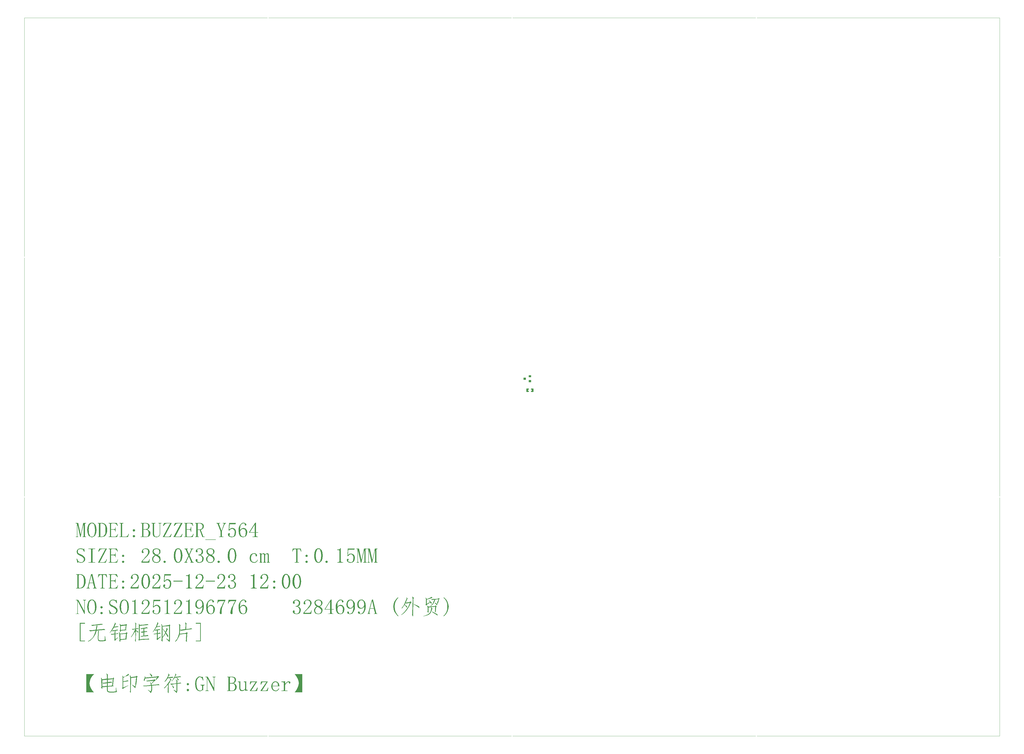
<source format=gbr>
G04 GBRE www.gbre.online gerbercad@foxmail.com   *
%FSTAX35Y35*%
%MOMM*%
%SFA1.000B1.000*%

%MIA0B0*%
%IPPOS*%

%ADD10C,0.00000*%
%ADD11R,3.58255X0.31153*%
%ADD12R,4.12773X0.15576*%

%LNReadyPads*%
%LPD*%
G54D10*
G36*
G01X01587711Y01128667D02*
G01X01497711D01*
G01Y01048667D01*
G01X01587711D01*
G01X01587711Y01128667D01*
G37*
G54D10*
G36*
G01X01387711Y01033666D02*
G01X01297709D01*
G01Y00953666D01*
G01X01387711D01*
G01X01387711Y01033666D01*
G37*
G54D10*
G36*
G01X01587711Y00938665D02*
G01X01497711D01*
G01Y00858665D01*
G01X01587711D01*
G01X01587711Y00938665D01*
G37*
G54D10*
G36*
G01X01685210Y00588665D02*
G75*
G03X01660210Y00613666I-00025000J00000000D01*
G74*
G01X01607711D01*
G75*
G03X01582710Y00588665I00000000J-00025000D01*
G74*
G01Y00566999D01*
G01X01616878D01*
G01Y00520332D01*
G01X01582710D01*
G01Y00498666D01*
G75*
G03X01607711Y00473666I00025000J00000000D01*
G74*
G01X01660210D01*
G75*
G03X01685210Y00498666I00000000J00025000D01*
G74*
G01X01685210Y00588665D01*
G37*
G54D10*
G36*
G01X01502710Y00520332D02*
G01X01468544D01*
G01Y00566999D01*
G01X01502710D01*
G01Y00588665D01*
G75*
G03X01477711Y00613666I-00025000J00000000D01*
G74*
G01X01425209D01*
G75*
G03X01400210Y00588665I00000000J-00025000D01*
G74*
G01Y00498665D01*
G75*
G03X01425209Y00473666I00025000J00000000D01*
G74*
G01X01477711D01*
G75*
G03X01502710Y00498665I00000000J00025000D01*
G74*
G01X01502710Y00520332D01*
G37*
%LNText*%
%LPD*%
G54D10*
G36*
G01X-13333016Y-11132987D02*
X-13231770Y-11203080D01*
X-13216194Y-11156351*
X-13208406Y-11109622*
Y-11047317*
Y-10977223*
X-13325228Y-10985012*
X-13410898Y-10992800*
X-13465415Y-11000588*
X-13496568*
X-13543297Y-10977223*
X-13496568Y-10969435*
X-13426474*
X-13333016Y-10961647*
X-13216194Y-10946071*
X-13231770Y-10899342*
X-13255135Y-10844825*
X-13247346Y-10829248*
X-13223982Y-10868189*
X-13208406Y-10891554*
X-13114948Y-10782519*
X-13223982Y-10790307*
X-13294075Y-10805884*
X-13348593*
X-13364169Y-10813672*
X-13410898Y-10782519*
X-13364169Y-10774731*
X-13301864Y-10766943*
X-13216194Y-10759155*
X-13107160Y-10743578*
X-13083795Y-10720214*
X-13037066Y-10766943*
X-13068219Y-10782519*
X-13114948Y-10821460*
X-13161677Y-10868189*
X-13200617Y-10907130*
X-13192829Y-10946071*
X-13083795Y-10938283*
X-12998125Y-10930494*
X-12951396Y-10922706*
X-12920244Y-10914918*
X-12881303Y-10953859*
X-12920244*
X-12982549*
X-13068219Y-10961647*
X-13177253Y-10969435*
Y-11062893*
Y-11140775*
X-13192829Y-11203080*
X-13223982Y-11265385*
X-13270711Y-11210868*
X-13340804Y-11148563*
X-13333016Y-11132987*
G37*
G54D10*
G36*
G01X-12554200Y-10930494D02*
X-12624293Y-11008376D01*
X-12702175Y-11078469*
X-12709963Y-11062893*
X-12616505Y-10961647*
X-12530836Y-10844825*
X-12499683Y-10798096*
Y-10766943*
X-12491895Y-10759155*
X-12460742Y-10829248*
X-12468530*
X-12484107Y-10837036*
X-12499683Y-10860401*
X-12530836Y-10891554*
Y-11218656*
Y-11242021*
X-12538624Y-11257597*
Y-11265385*
X-12546412*
X-12577565Y-11203080*
X-12569776Y-11187504*
X-12561988Y-11164139*
X-12554200Y-10930494*
G37*
G54D10*
G36*
G01X-12227097Y-10821460D02*
Y-10782519D01*
X-12250462Y-10743578*
X-12234885*
X-12180368Y-10790307*
X-12195945Y-10805884*
Y-10837036*
Y-10875977*
X-12141427Y-10868189*
X-12102487Y-10860401*
X-12079122Y-10852613*
X-12071334Y-10844825*
X-12032393Y-10883765*
X-12047970*
X-12079122*
X-12125851Y-10891554*
X-12195945Y-10907130*
Y-11164139*
X-12203733Y-11218656*
X-12219309Y-11265385*
X-12266038Y-11210868*
X-12336132Y-11140775*
X-12328343Y-11132987*
X-12234885Y-11187504*
X-12227097Y-11179716*
Y-11148563*
Y-10907130*
X-12312767Y-10914918*
X-12375072Y-10930494*
X-12414013Y-10938283*
X-12429589*
X-12468530Y-10907130*
X-12445166Y-10899342*
X-12398437*
X-12320555Y-10891554*
X-12227097Y-10875977*
Y-10821460*
G37*
G54D10*
G36*
G01X-13948281Y-10938283D02*
X-13847035Y-11008376D01*
X-13831459Y-10961647*
X-13823670Y-10883765*
X-13808094Y-10774731*
X-13800306Y-10650121*
X-13995010Y-10673485*
X-14002798Y-11203080*
Y-11234233*
X-14010586Y-11249809*
Y-11257597*
X-14049527Y-11203080*
X-14033951Y-11179716*
Y-11140775*
Y-10696850*
X-14041739Y-10572239*
X-14033951Y-10564451*
X-13995010Y-10642332*
X-13808094Y-10618968*
X-13776941Y-10587815*
X-13738001Y-10626756*
X-13769153Y-10650121*
Y-10728002*
X-13776941Y-10805884*
X-13784730Y-10868189*
X-13792518Y-10930494*
X-13808094Y-10977223*
X-13815882Y-11023952*
X-13823670Y-11055105*
X-13831459Y-11078469*
X-13885976Y-11016164*
X-13956069Y-10946071*
X-13948281Y-10938283*
G37*
G54D10*
G36*
G01X-14937378Y-10587815D02*
X-14945166Y-10541086D01*
X-14952954Y-10502145*
Y-10494357*
X-14890649Y-10548874*
X-14906225Y-10564451*
Y-10611180*
Y-10704638*
X-14711521Y-10689061*
X-14688156Y-10650121*
X-14649216Y-10689061*
X-14672580Y-10712426*
X-14695945Y-10961647*
X-14672580Y-11000588*
X-14906225Y-11016164*
Y-11140775*
X-14898437Y-11171927*
X-14882860Y-11195292*
X-14851708Y-11203080*
X-14812767Y-11210868*
X-14711521*
X-14664792*
X-14633639Y-11203080*
X-14610275*
X-14594698Y-11187504*
X-14586910Y-11171927*
Y-11148563*
Y-11101834*
Y-11055105*
X-14571334*
Y-11109622*
X-14563546Y-11156351*
X-14555758Y-11195292*
X-14540181Y-11218656*
X-14610275Y-11234233*
X-14711521Y-11242021*
X-14812767*
X-14867284Y-11234233*
X-14906225Y-11218656*
X-14929589Y-11187504*
X-14937378Y-11140775*
Y-11023952*
X-15116505Y-11031740*
Y-11062893*
Y-11086258*
Y-11101834*
X-15124293*
X-15163234Y-11047317*
X-15147658Y-11023952*
Y-11000588*
X-15155446Y-10751367*
X-15163234Y-10665697*
X-15155446Y-10657909*
X-15124293Y-10728002*
X-14937378Y-10704638*
Y-10587815*
G37*
G54D10*
G36*
G01X-15443608Y-11234233D02*
X-15739558D01*
Y-10525510*
X-15435820*
X-15513702Y-10611180*
X-15568219Y-10704638*
X-15599371Y-10790307*
X-15614948Y-10875977*
X-15607160Y-10961647*
X-15576007Y-11047317*
X-15521490Y-11140775*
X-15443608Y-11234233*
G37*
G54D10*
G36*
G01X-07624293Y-10525510D02*
X-07328343D01*
Y-11234233*
X-07624293*
X-07554200Y-11140775*
X-07507471Y-11055105*
X-07476318Y-10969435*
X-07460742Y-10883765*
X-07468530Y-10798096*
X-07499683Y-10712426*
X-07554200Y-10618968*
X-07624293Y-10525510*
G37*
G54D10*
G36*
G01X-11736443Y-11140775D02*
X-11752019Y-11179716D01*
X-11783172Y-11187504*
X-11814325Y-11179716*
X-11829901Y-11140775*
X-11814325Y-11109622*
X-11783172Y-11101834*
X-11752019Y-11109622*
X-11736443Y-11140775*
G37*
G54D10*
G36*
G01X-11315882Y-10642332D02*
X-11339247D01*
X-11362611Y-10657909*
X-11385976Y-10681273*
X-11409340Y-10704638*
X-11424917Y-10743578*
X-11440493Y-10790307*
X-11448281Y-10844825*
Y-10907130*
X-11440493Y-11000588*
X-11417128Y-11086258*
X-11401552Y-11117410*
X-11378188Y-11140775*
X-11347035Y-11156351*
X-11315882Y-11164139*
X-11284730*
X-11253577Y-11148563*
X-11238001Y-11132987*
X-11230212Y-11101834*
Y-10992800*
X-11245789Y-10969435*
X-11269153Y-10953859*
X-11292518*
Y-10938283*
X-11128966*
Y-10953859*
X-11144543*
X-11167907Y-10969435*
X-11183484Y-10992800*
Y-11156351*
X-11191272Y-11148563*
X-11206848*
X-11214636*
X-11230212Y-11156351*
X-11269153Y-11179716*
X-11315882Y-11187504*
X-11362611Y-11179716*
X-11401552Y-11164139*
X-11432705Y-11140775*
X-11463857Y-11101834*
X-11495010Y-11008376*
X-11502798Y-10907130*
X-11495010Y-10798096*
X-11456069Y-10704638*
X-11424917Y-10665697*
X-11393764Y-10642332*
X-11354823Y-10618968*
X-11315882*
X-11269153Y-10626756*
X-11253577Y-10634544*
X-11238001*
X-11222424*
X-11206848Y-10618968*
X-11175695Y-10766943*
X-11199060*
X-11222424Y-10712426*
X-11245789Y-10673485*
X-11276941Y-10650121*
X-11315882Y-10642332*
G37*
G54D10*
G36*
G01X-08480991Y-11000588D02*
X-08473203Y-11070681D01*
X-08449839Y-11125198*
X-08410898Y-11148563*
X-08356381Y-11164139*
X-08317440Y-11156351*
X-08286287Y-11132987*
X-08262923Y-11109622*
X-08247346Y-11078469*
X-08223982Y-11086258*
X-08239558Y-11117410*
X-08270711Y-11156351*
X-08309652Y-11179716*
X-08364169Y-11187504*
X-08434262Y-11171927*
X-08488779Y-11140775*
X-08519932Y-11078469*
X-08535508Y-11000588*
X-08519932Y-10922706*
X-08488779Y-10860401*
X-08434262Y-10821460*
X-08371957Y-10805884*
X-08309652Y-10821460*
X-08262923Y-10852613*
X-08231770Y-10907130*
X-08216194Y-11000588*
X-08480991*
G37*
G54D10*
G36*
G01X-10778499Y-11047317D02*
X-10770711D01*
Y-10665697*
X-10778499Y-10650121*
X-10801864Y-10642332*
X-10825228*
Y-10626756*
X-10700617*
Y-10642332*
X-10723982*
X-10747346Y-10650121*
X-10755135Y-10665697*
Y-11179716*
X-10770711*
X-11019932Y-10696850*
X-11027720*
Y-11132987*
X-11019932Y-11156351*
X-10996568Y-11164139*
X-10973203*
Y-11179716*
X-11105602*
Y-11164139*
X-11074449*
X-11051085Y-11156351*
X-11043297Y-11132987*
Y-10665697*
X-11051085Y-10650121*
X-11074449Y-10642332*
X-11097814*
Y-10626756*
X-11004356*
X-10778499Y-11047317*
G37*
G54D10*
G36*
G01X-10256692Y-11179716D02*
Y-11164139D01*
X-10225540*
X-10202175Y-11156351*
Y-11132987*
Y-10665697*
Y-10650121*
X-10225540Y-10642332*
X-10248904*
Y-10626756*
X-10061988*
X-09991895Y-10634544*
X-09945166Y-10657909*
X-09914013Y-10696850*
X-09906225Y-10751367*
X-09914013Y-10790307*
X-09929589Y-10829248*
X-09952954Y-10852613*
X-10007471Y-10875977*
X-09945166Y-10907130*
X-09906225Y-10946071*
X-09882860Y-10985012*
Y-11039529*
X-09890649Y-11094046*
X-09921801Y-11140775*
X-09976318Y-11171927*
X-10046412Y-11179716*
X-10256692*
G37*
G54D10*
G36*
G01X-09657004Y-11148563D02*
X-09618063D01*
X-09594698Y-11132987*
X-09563546Y-11109622*
X-09547970Y-11070681*
Y-10868189*
X-09555758Y-10844825*
X-09579122Y-10837036*
X-09602487*
Y-10813672*
X-09579122*
X-09547970*
X-09509029Y-10798096*
Y-11117410*
X-09493452Y-11132987*
X-09477876Y-11140775*
X-09454512*
Y-11164139*
X-09477876*
X-09509029*
X-09547970Y-11179716*
Y-11109622*
X-09571334Y-11140775*
X-09602487Y-11164139*
X-09633639Y-11179716*
X-09672580*
X-09719309*
X-09750462Y-11156351*
X-09773826Y-11117410*
X-09781614Y-11062893*
Y-10868189*
Y-10844825*
X-09804979Y-10837036*
X-09828343*
Y-10813672*
X-09804979*
X-09773826*
X-09742674Y-10798096*
X-09734885*
Y-11062893*
X-09727097Y-11109622*
X-09711521Y-11132987*
X-09688156Y-11148563*
X-09657004*
G37*
G54D10*
G36*
G01X-09065103Y-11055105D02*
X-09088468Y-11179716D01*
X-09368842*
Y-11164139*
X-09142985Y-10837036*
X-09267596*
X-09290960*
X-09314325Y-10852613*
X-09329901Y-10883765*
X-09345477Y-10930494*
X-09368842Y-10922706*
X-09353265Y-10813672*
X-09088468*
Y-10821460*
X-09314325Y-11164139*
X-09189714*
X-09150773Y-11156351*
X-09127409Y-11132987*
X-09104044Y-11101834*
X-09088468Y-11047317*
X-09065103Y-11055105*
G37*
G54D10*
G36*
G01X-08644543Y-11055105D02*
X-08667907Y-11179716D01*
X-08948281*
Y-11164139*
X-08722424Y-10837036*
X-08847035*
X-08870399*
X-08893764Y-10852613*
X-08909340Y-10883765*
X-08924917Y-10930494*
X-08948281Y-10922706*
X-08932705Y-10813672*
X-08667907*
Y-10821460*
X-08893764Y-11164139*
X-08769153*
X-08730212Y-11156351*
X-08706848Y-11132987*
X-08683484Y-11101834*
X-08667907Y-11047317*
X-08644543Y-11055105*
G37*
G54D10*
G36*
G01X-07998125Y-10914918D02*
X-07966973Y-10868189D01*
X-07928032Y-10837036*
X-07889091Y-10813672*
X-07850150Y-10805884*
X-07826786Y-10813672*
X-07803421Y-10821460*
X-07787845Y-10837036*
Y-10860401*
X-07795633Y-10883765*
X-07818998Y-10891554*
X-07842362Y-10883765*
Y-10860401*
X-07850150Y-10844825*
X-07865727Y-10837036*
X-07896879Y-10844825*
X-07935820Y-10868189*
X-07966973Y-10907130*
X-07998125Y-10961647*
Y-11132987*
X-07990337Y-11156351*
X-07966973Y-11164139*
X-07896879*
Y-11179716*
X-08138312*
Y-11164139*
X-08076007*
X-08052642Y-11156351*
X-08044854Y-11132987*
Y-10868189*
X-08052642Y-10844825*
X-08076007Y-10837036*
X-08138312*
Y-10813672*
X-08107160*
X-08052642*
X-08029278Y-10805884*
X-08005913Y-10798096*
X-07998125*
Y-10914918*
G37*
%LPC*%
G54D10*
G36*
G01X-10061988Y-11164139D02*
X-10007471Y-11156351D01*
X-09976318Y-11125198*
X-09952954Y-11086258*
X-09945166Y-11031740*
X-09952954Y-10969435*
X-09976318Y-10922706*
X-10015259Y-10899342*
X-10069776Y-10891554*
X-10147658*
Y-11132987*
X-10139870Y-11156351*
X-10116505Y-11164139*
X-10061988*
G37*
%LPD*%
G54D10*
G36*
G01X-14329901Y-10580027D02*
X-14290960Y-10642332D01*
X-14220867Y-10603392*
X-14158561Y-10556663*
X-14135197Y-10541086*
X-14119621Y-10525510*
X-14111832Y-10509934*
Y-10502145*
X-14104044*
X-14072892Y-10556663*
X-14096256Y-10564451*
X-14142985Y-10587815*
X-14213079Y-10618968*
X-14298748Y-10665697*
Y-10798096*
X-14228655Y-10790307*
X-14174138Y-10774731*
X-14135197Y-10766943*
X-14119621*
X-14096256Y-10805884*
X-14119621*
X-14166350Y-10813672*
X-14228655Y-10821460*
X-14298748Y-10829248*
Y-11047317*
X-14104044Y-10961647*
X-14096256Y-10969435*
X-14181926Y-11016164*
X-14252019Y-11055105*
X-14298748Y-11086258*
X-14322113Y-11101834*
X-14353265Y-11062893*
X-14329901Y-11039529*
Y-11000588*
Y-10696850*
Y-10634544*
X-14337689Y-10587815*
X-14329901Y-10580027*
G37*
G54D10*
G36*
G01X-12320555Y-11031740D02*
X-12351708Y-11086258D01*
X-12375072Y-11023952*
X-12414013Y-10953859*
X-12406225Y-10946071*
X-12359496Y-10992800*
X-12320555Y-11031740*
G37*
%LPC*%
G54D10*
G36*
G01X-15116505Y-11000588D02*
X-14937378Y-10985012D01*
Y-10875977*
X-14984107Y-10883765*
X-15023047*
X-15054200Y-10891554*
X-15069776*
X-15108717Y-10860401*
X-15077565*
X-15046412*
X-14999683Y-10852613*
X-14937378Y-10844825*
Y-10743578*
X-15116505Y-10759155*
Y-11000588*
G37*
G54D10*
G36*
G01X-14906225Y-10985012D02*
X-14734885Y-10969435D01*
X-14711521Y-10720214*
X-14906225Y-10743578*
Y-10837036*
X-14851708Y-10829248*
X-14812767*
X-14781614Y-10821460*
X-14773826*
X-14734885Y-10852613*
X-14758250Y-10860401*
X-14797191*
X-14843920Y-10868189*
X-14906225*
Y-10985012*
G37*
G54D10*
G36*
G01X-08270711Y-10977223D02*
X-08278499Y-10914918D01*
X-08294075Y-10868189*
X-08333016Y-10844825*
X-08371957Y-10829248*
X-08410898Y-10844825*
X-08449839Y-10868189*
X-08473203Y-10914918*
X-08480991Y-10977223*
X-08270711*
G37*
%LPD*%
G54D10*
G36*
G01X-11736443Y-10914918D02*
X-11752019Y-10946071D01*
X-11783172Y-10961647*
X-11814325Y-10946071*
X-11829901Y-10914918*
X-11814325Y-10883765*
X-11783172Y-10868189*
X-11752019Y-10883765*
X-11736443Y-10914918*
G37*
%LPC*%
G54D10*
G36*
G01X-09960742Y-10751367D02*
X-09968530Y-10704638D01*
X-09991895Y-10665697*
X-10030836Y-10650121*
X-10077565Y-10642332*
X-10116505*
X-10139870Y-10650121*
X-10147658Y-10665697*
Y-10868189*
X-10061988*
X-10030836Y-10860401*
X-09991895Y-10844825*
X-09968530Y-10805884*
X-09960742Y-10751367*
G37*
%LPD*%
G54D10*
G36*
G01X-12569776Y-10681273D02*
X-12616505Y-10759155D01*
X-12678811Y-10829248*
X-12694387Y-10821460*
X-12616505Y-10712426*
X-12554200Y-10595603*
X-12538624Y-10533298*
X-12546412Y-10502145*
X-12530836*
X-12491895Y-10564451*
X-12499683*
X-12515259Y-10580027*
X-12530836Y-10611180*
X-12554200Y-10650121*
X-12484107Y-10642332*
X-12429589Y-10634544*
X-12398437*
X-12375072Y-10626756*
X-12343920Y-10657909*
X-12398437Y-10665697*
X-12437378Y-10673485*
X-12491895*
X-12452954Y-10712426*
X-12421801Y-10743578*
X-12452954Y-10790307*
X-12499683Y-10673485*
X-12569776Y-10681273*
G37*
G54D10*
G36*
G01X-12133639Y-10728002D02*
X-12164792Y-10774731D01*
X-12227097Y-10657909*
X-12297191Y-10665697*
X-12343920Y-10735790*
X-12398437Y-10805884*
X-12414013*
X-12375072Y-10743578*
X-12343920Y-10689061*
X-12312767Y-10642332*
X-12289403Y-10587815*
X-12273826Y-10533298*
X-12281614Y-10502145*
X-12273826Y-10494357*
X-12227097Y-10556663*
X-12234885*
X-12250462Y-10572239*
X-12266038Y-10595603*
X-12289403Y-10634544*
X-12203733Y-10626756*
X-12141427Y-10618968*
X-12094698Y-10611180*
X-12071334Y-10603392*
X-12047970Y-10642332*
X-12079122*
X-12110275*
X-12157004Y-10650121*
X-12211521Y-10657909*
X-12172580Y-10696850*
X-12133639Y-10728002*
G37*
G54D10*
G36*
G01X-12951396Y-10587815D02*
X-12904667Y-10626756D01*
X-12920244Y-10642332*
X-12943608Y-10665697*
X-12974761Y-10696850*
X-13013702Y-10743578*
X-13037066*
X-12982549Y-10650121*
X-13449839Y-10689061*
X-13457627Y-10743578*
X-13480991Y-10798096*
X-13504356Y-10743578*
X-13488779Y-10728002*
X-13480991Y-10696850*
X-13465415Y-10657909*
X-13457627Y-10595603*
X-13449839*
X-13442051Y-10657909*
X-12974761Y-10618968*
X-12951396Y-10587815*
G37*
G54D10*
G36*
G01X-13169465Y-10572239D02*
X-13185041Y-10611180D01*
X-13200617Y-10634544*
X-13223982Y-10580027*
X-13270711Y-10502145*
X-13262923Y-10494357*
X-13208406Y-10541086*
X-13169465Y-10572239*
G37*
G54D10*
G36*
G01X-13847035Y-09209311D02*
X-13839247Y-09185946D01*
X-13831459Y-09139217*
Y-08851055*
X-13901552Y-08967878*
X-13987222Y-09092488*
X-13995010Y-09076912*
X-13909340Y-08936725*
X-13839247Y-08780962*
X-13878188*
X-13901552Y-08788750*
X-13924917Y-08796538*
X-13932705*
X-13971646Y-08765385*
X-13909340Y-08757597*
X-13831459Y-08749809*
Y-08625198*
Y-08555105*
X-13847035Y-08516164*
X-13839247Y-08508376*
X-13784730Y-08555105*
X-13800306Y-08578469*
Y-08625198*
Y-08742021*
X-13753577Y-08734233*
X-13730212Y-08726445*
X-13699060Y-08757597*
X-13738001Y-08765385*
X-13800306Y-08773174*
Y-08812114*
X-13714636Y-08866631*
X-13730212Y-08921149*
X-13761365Y-08874420*
X-13800306Y-08827691*
X-13808094Y-09224887*
Y-09248251*
Y-09263828*
X-13815882Y-09271616*
Y-09263828*
X-13847035Y-09209311*
G37*
G54D10*
G36*
G01X-12616505Y-09131429D02*
X-12515259Y-09201522D01*
Y-09193734*
Y-09178158*
Y-09154793*
Y-09115853*
Y-08648563*
X-12772269Y-08671927*
Y-09084700*
X-12717751Y-09006818*
X-12663234Y-08913360*
X-12709963Y-08843267*
X-12764480Y-08765385*
X-12748904Y-08749809*
X-12655446Y-08882208*
X-12624293Y-08796538*
X-12616505Y-08757597*
Y-08726445*
X-12600929Y-08718656*
X-12569776Y-08780962*
X-12585353Y-08796538*
X-12593141Y-08819902*
X-12608717Y-08858843*
X-12632082Y-08905572*
X-12585353Y-08975666*
X-12546412Y-09030183*
X-12561988Y-09092488*
X-12608717Y-09006818*
X-12647658Y-08936725*
X-12702175Y-09022395*
X-12772269Y-09108064*
Y-09185946*
Y-09217099*
Y-09240463*
X-12780057Y-09256040*
X-12787845*
X-12818998Y-09201522*
X-12803421Y-09170370*
Y-09115853*
Y-08695292*
Y-08640775*
X-12818998Y-08586258*
X-12803421Y-08578469*
X-12772269Y-08648563*
X-12515259Y-08609622*
X-12499683Y-08586258*
X-12460742Y-08617410*
X-12484107Y-08640775*
Y-09131429*
Y-09178158*
Y-09217099*
X-12491895Y-09248251*
X-12499683Y-09271616*
X-12554200Y-09217099*
X-12624293Y-09139217*
X-12616505Y-09131429*
G37*
G54D10*
G36*
G01X-12125851Y-08570681D02*
X-12071334Y-08609622D01*
X-12079122Y-08625198*
X-12086910Y-08656351*
Y-08788750*
X-12055758Y-08796538*
X-12009029Y-08788750*
X-11954512Y-08780962*
X-11876630Y-08773174*
X-11868842Y-08594046*
X-11876630Y-08547317*
X-11892206Y-08516164*
X-11884418Y-08508376*
X-11829901Y-08547317*
X-11837689Y-08570681*
X-11845477Y-08609622*
Y-08773174*
X-11775384Y-08757597*
X-11720867Y-08749809*
X-11681926Y-08742021*
X-11650773Y-08734233*
X-11611832Y-08773174*
X-11642985*
X-11689714Y-08780962*
X-11759808Y-08788750*
X-11837689Y-08796538*
X-11923359Y-08812114*
X-11985664Y-08819902*
X-12024605Y-08827691*
X-12047970*
X-12086910Y-08804326*
X-12094698Y-08944513*
X-12063546*
X-12009029Y-08936725*
X-11938935Y-08928937*
X-11853265Y-08921149*
X-11829901Y-08889996*
X-11790960Y-08921149*
X-11814325Y-08944513*
X-11822113Y-09224887*
Y-09263828*
X-11829901Y-09271616*
X-11868842Y-09217099*
X-11853265Y-09201522*
Y-09170370*
X-11845477Y-08952301*
X-11931147Y-08960089*
X-11993452Y-08967878*
X-12040181Y-08975666*
X-12071334Y-08983454*
X-12094698Y-08952301*
X-12118063Y-09037971*
X-12157004Y-09115853*
X-12203733Y-09193734*
X-12273826Y-09263828*
X-12281614Y-09248251*
X-12203733Y-09147005*
X-12157004Y-09045759*
X-12125851Y-08944513*
X-12118063Y-08851055*
Y-08687504*
Y-08617410*
X-12133639Y-08578469*
X-12125851Y-08570681*
G37*
G54D10*
G36*
G01X-15264480Y-09147005D02*
X-15256692Y-09170370D01*
X-15248904Y-09193734*
X-15225540Y-09201522*
X-15202175Y-09209311*
X-15116505*
X-15077565*
X-15054200Y-09201522*
X-15030836Y-09193734*
X-15023047Y-09178158*
Y-09162582*
Y-09131429*
Y-09092488*
Y-09037971*
X-15007471*
X-14999683Y-09139217*
X-14984107Y-09185946*
X-14968530Y-09217099*
X-15030836Y-09232675*
X-15116505Y-09240463*
X-15202175*
X-15248904Y-09232675*
X-15272269Y-09217099*
X-15287845Y-09178158*
X-15295633Y-09131429*
X-15287845Y-08913360*
Y-08858843*
X-15295633Y-08819902*
X-15334574Y-08827691*
X-15389091Y-08975666*
X-15459184Y-09092488*
X-15552642Y-09193734*
X-15661677Y-09263828*
X-15669465Y-09248251*
X-15568219Y-09178158*
X-15482549Y-09084700*
X-15420244Y-08967878*
X-15373515Y-08827691*
X-15459184Y-08835479*
X-15529278Y-08843267*
X-15568219Y-08851055*
X-15591583Y-08858843*
X-15630524Y-08812114*
X-15583795*
X-15529278*
X-15451396Y-08804326*
X-15365727Y-08796538*
X-15357938Y-08734233*
X-15350150Y-08687504*
X-15342362Y-08648563*
Y-08617410*
X-15412455Y-08625198*
X-15459184Y-08632987*
X-15490337Y-08640775*
X-15513702*
X-15552642Y-08609622*
X-15521490*
X-15474761Y-08601834*
X-15412455*
X-15326786Y-08586258*
X-15248904Y-08578469*
X-15186599Y-08570681*
X-15147658Y-08562893*
X-15124293*
X-15085353Y-08594046*
X-15116505*
X-15171022Y-08601834*
X-15241116Y-08609622*
X-15334574Y-08617410*
X-15295633Y-08656351*
X-15311209Y-08664139*
X-15318998Y-08695292*
X-15326786Y-08742021*
X-15334574Y-08796538*
X-15264480Y-08788750*
X-15202175Y-08780962*
X-15155446*
X-15116505Y-08773174*
X-15085353*
X-15061988Y-08765385*
X-15046412*
X-15038624*
X-14991895Y-08804326*
X-15023047*
X-15077565*
X-15171022Y-08812114*
X-15287845Y-08819902*
X-15241116Y-08866631*
X-15256692Y-08882208*
Y-08921149*
X-15264480Y-09147005*
G37*
G54D10*
G36*
G01X-14415571Y-09193734D02*
Y-09224887D01*
Y-09248251*
X-14423359Y-09263828*
X-14431147*
X-14454512Y-09224887*
X-14446723Y-09201522*
Y-09170370*
X-14454512Y-08983454*
Y-08936725*
X-14470088Y-08889996*
X-14454512*
X-14415571Y-08944513*
X-14189714Y-08921149*
X-14174138Y-08889996*
X-14135197Y-08921149*
X-14158561Y-08952301*
X-14174138Y-09147005*
X-14158561Y-09170370*
X-14415571Y-09193734*
G37*
G54D10*
G36*
G01X-15794075Y-08523952D02*
Y-08555105D01*
X-15957627*
Y-09217099*
X-15794075*
Y-09248251*
X-15996568*
Y-08523952*
X-15794075*
G37*
G54D10*
G36*
G01X-11276941Y-09248251D02*
X-11471646D01*
Y-09217099*
X-11308094*
Y-08555105*
X-11471646*
Y-08523952*
X-11276941*
Y-09248251*
G37*
G54D10*
G36*
G01X-14664792Y-08710868D02*
X-14703733Y-08773174D01*
X-14742674Y-08819902*
X-14649216Y-08812114*
X-14524605Y-08788750*
X-14493452Y-08812114*
X-14540181Y-08819902*
X-14610275Y-08835479*
Y-08944513*
X-14555758Y-08936725*
X-14516817Y-08921149*
X-14485664Y-08952301*
X-14540181Y-08960089*
X-14610275Y-08967878*
Y-09162582*
X-14509029Y-09092488*
X-14501241Y-09100276*
X-14547970Y-09139217*
X-14586910Y-09178158*
X-14610275Y-09209311*
X-14625851Y-09224887*
X-14649216Y-09185946*
X-14641427Y-09170370*
Y-09154793*
Y-08975666*
X-14703733Y-08983454*
X-14750462Y-08991242*
X-14789403Y-08960089*
X-14727097*
X-14641427Y-08944513*
X-14633639Y-08835479*
X-14688156Y-08843267*
X-14711521Y-08851055*
X-14742674Y-08827691*
X-14773826Y-08866631*
X-14820555Y-08921149*
X-14828343Y-08913360*
X-14742674Y-08780962*
X-14672580Y-08656351*
X-14649216Y-08594046*
X-14633639Y-08555105*
X-14625851Y-08523952*
X-14633639Y-08508376*
X-14625851*
X-14579122Y-08562893*
X-14594698Y-08570681*
X-14610275Y-08594046*
X-14649216Y-08679716*
X-14594698Y-08671927*
X-14555758Y-08664139*
X-14524605Y-08656351*
X-14509029*
X-14477876Y-08679716*
X-14563546Y-08695292*
X-14664792Y-08710868*
G37*
G54D10*
G36*
G01X-13660119Y-08609622D02*
X-13597814Y-08601834D01*
X-13535508*
X-13480991Y-08594046*
X-13442051Y-08586258*
X-13410898*
X-13379745Y-08578469*
X-13364169*
X-13356381Y-08570681*
X-13317440Y-08609622*
X-13356381*
X-13426474Y-08617410*
X-13527720Y-08625198*
X-13660119Y-08640775*
Y-09170370*
X-13582237Y-09162582*
X-13519932Y-09154793*
X-13457627*
X-13410898Y-09147005*
X-13371957*
X-13348593Y-09139217*
X-13325228*
X-13317440Y-09131429*
X-13278499Y-09170370*
X-13333016Y-09178158*
X-13410898*
X-13519932Y-09185946*
X-13660119Y-09193734*
X-13683484Y-09217099*
X-13714636Y-09178158*
X-13691272Y-09170370*
Y-08757597*
Y-08648563*
Y-08555105*
X-13683484*
X-13660119Y-08609622*
G37*
G54D10*
G36*
G01X-12990337Y-08960089D02*
X-13029278Y-08967878D01*
X-13060431*
X-13076007Y-08975666*
X-13091583*
X-13130524Y-08952301*
X-13068219Y-08944513*
X-12990337Y-08928937*
Y-08819902*
X-13013702*
X-13052642Y-08827691*
X-13076007Y-08804326*
X-13107160Y-08843267*
X-13146100Y-08889996*
X-13153889Y-08882208*
X-13076007Y-08757597*
X-13013702Y-08648563*
X-12998125Y-08594046*
X-12982549Y-08555105*
X-12974761Y-08523952*
X-12966973Y-08500588*
X-12959184*
X-12928032Y-08555105*
X-12943608Y-08562893*
X-12959184Y-08586258*
X-12974761Y-08625198*
X-12990337Y-08664139*
X-12951396Y-08656351*
X-12912455Y-08648563*
X-12889091*
X-12873515Y-08640775*
X-12842362Y-08671927*
X-12912455Y-08679716*
X-13005913Y-08695292*
X-13076007Y-08804326*
X-13037066Y-08796538*
X-12990337Y-08788750*
X-12935820Y-08780962*
X-12889091Y-08773174*
X-12857938Y-08796538*
X-12959184Y-08812114*
Y-08928937*
X-12920244Y-08921149*
X-12896879Y-08913360*
X-12881303Y-08905572*
X-12873515*
X-12834574Y-08936725*
X-12881303Y-08944513*
X-12959184Y-08952301*
Y-09131429*
X-12850150Y-09061335*
X-12842362Y-09076912*
X-12889091Y-09115853*
X-12928032Y-09147005*
X-12959184Y-09178158*
X-12974761Y-09201522*
X-13005913Y-09154793*
X-12990337Y-09131429*
Y-09092488*
Y-08960089*
G37*
%LPC*%
G54D10*
G36*
G01X-14415571Y-08967878D02*
Y-09162582D01*
X-14213079Y-09147005*
X-14189714Y-08952301*
X-14415571Y-08967878*
G37*
%LPD*%
G54D10*
G36*
G01X-13340804Y-08734233D02*
X-13403110D01*
X-13480991Y-08749809*
Y-08858843*
X-13426474Y-08851055*
X-13395322Y-08843267*
X-13356381Y-08874420*
X-13410898Y-08882208*
X-13480991Y-08889996*
Y-09022395*
X-13426474Y-09014607*
X-13387533Y-09006818*
X-13364169Y-08999030*
X-13356381*
X-13309652Y-09030183*
X-13364169Y-09037971*
X-13457627Y-09045759*
X-13504356Y-09053547*
X-13543297Y-09061335*
X-13574449Y-09069124*
X-13590026*
X-13636755Y-09037971*
X-13512144Y-09030183*
Y-08897784*
X-13558873Y-08905572*
X-13574449Y-08913360*
X-13621178Y-08874420*
X-13512144Y-08866631*
Y-08749809*
X-13566661Y-08765385*
X-13590026Y-08773174*
X-13628966Y-08742021*
X-13496568Y-08718656*
X-13434262Y-08710868*
X-13387533Y-08695292*
X-13340804Y-08734233*
G37*
G54D10*
G36*
G01X-14213079Y-08594046D02*
X-14189714Y-08570681D01*
X-14150773Y-08601834*
X-14174138Y-08617410*
X-14189714Y-08788750*
X-14166350Y-08812114*
X-14392206Y-08827691*
Y-08858843*
X-14399994Y-08874420*
Y-08882208*
X-14407783*
X-14438935Y-08835479*
X-14423359Y-08773174*
Y-08656351*
X-14431147Y-08609622*
X-14446723Y-08570681*
X-14431147*
X-14392206Y-08609622*
X-14213079Y-08594046*
G37*
%LPC*%
G54D10*
G36*
G01X-14392206Y-08648563D02*
Y-08804326D01*
X-14220867Y-08788750*
X-14205290Y-08625198*
X-14392206Y-08648563*
G37*
%LPD*%
G54D10*
G36*
G01X-03582237Y-07542644D02*
X-03644543Y-07620526D01*
X-03691272Y-07706195*
X-03722424Y-07799653*
X-03730212Y-07893111*
X-03722424Y-07994357*
X-03691272Y-08087815*
X-03644543Y-08173485*
X-03582237Y-08251367*
X-03597814Y-08266943*
X-03675695Y-08181273*
X-03738001Y-08095603*
X-03769153Y-07994357*
X-03776941Y-07893111*
X-03769153Y-07799653*
X-03738001Y-07698407*
X-03675695Y-07612737*
X-03597814Y-07527068*
X-03582237Y-07542644*
G37*
G54D10*
G36*
G01X-03005913Y-08212426D02*
Y-08251367D01*
X-03013702Y-08259155*
X-03021490Y-08266943*
X-03052642Y-08204638*
X-03037066Y-08181273*
Y-08150121*
X-03021490Y-07612737*
X-03029278Y-07550432*
X-03044854Y-07511491*
X-03037066Y-07503703*
X-02974761Y-07550432*
X-02990337Y-07573797*
X-02998125Y-07604949*
X-03005913Y-08212426*
G37*
G54D10*
G36*
G01X-02608717Y-08259155D02*
X-02507471Y-08228002D01*
X-02429589Y-08196850*
X-02367284Y-08142332*
X-02320555Y-08064451*
X-02304979Y-07986569*
X-02312767Y-07932052*
X-02297191Y-07924264*
X-02250462Y-07970993*
X-02258250Y-07986569*
X-02273826Y-08002145*
X-02281614Y-08033298*
X-02297191Y-08072239*
X-02336132Y-08157909*
X-02406225Y-08212426*
X-02499683Y-08243578*
X-02600929Y-08266943*
X-02608717Y-08259155*
G37*
G54D10*
G36*
G01X-01822113Y-07542644D02*
X-01806536Y-07527068D01*
X-01720867Y-07612737*
X-01666350Y-07698407*
X-01635197Y-07799653*
X-01619621Y-07893111*
X-01635197Y-07994357*
X-01666350Y-08095603*
X-01720867Y-08181273*
X-01806536Y-08266943*
X-01822113Y-08251367*
X-01752019Y-08173485*
X-01705290Y-08087815*
X-01681926Y-07994357*
X-01674138Y-07893111*
X-01681926Y-07799653*
X-01705290Y-07706195*
X-01752019Y-07620526*
X-01822113Y-07542644*
G37*
G54D10*
G36*
G01X-02055758Y-08189061D02*
Y-08251367D01*
X-02086910Y-08220214*
X-02133639Y-08189061*
X-02195945Y-08150121*
X-02273826Y-08103392*
X-02266038Y-08087815*
X-02195945Y-08118968*
X-02133639Y-08150121*
X-02086910Y-08173485*
X-02055758Y-08189061*
G37*
G54D10*
G36*
G01X-03130524Y-07713983D02*
X-03114948Y-07682831D01*
X-03068219Y-07721772*
X-03099371Y-07752924*
X-03169465Y-07900899*
X-03255135Y-08025510*
X-03348593Y-08134544*
X-03465415Y-08220214*
X-03473203Y-08212426*
X-03364169Y-08118968*
X-03270711Y-08002145*
X-03192829Y-07885323*
X-03138312Y-07745136*
X-03192829Y-07752924*
X-03231770Y-07760712*
X-03255135Y-07768501*
X-03270711*
X-03294075Y-07745136*
X-03333016Y-07815230*
X-03239558Y-07885323*
X-03255135Y-07939840*
X-03286287Y-07893111*
X-03340804Y-07823018*
X-03442051Y-07963205*
X-03457627Y-07955416*
X-03426474Y-07916476*
X-03387533Y-07861959*
X-03371957Y-07830806*
X-03348593Y-07784077*
X-03325228Y-07737348*
X-03301864Y-07675043*
X-03278499Y-07620526*
X-03262923Y-07581585*
Y-07550432*
X-03270711Y-07534856*
X-03262923Y-07527068*
X-03216194Y-07581585*
X-03223982*
X-03231770Y-07589373*
X-03239558Y-07604949*
X-03255135Y-07636102*
X-03270711Y-07682831*
X-03294075Y-07737348*
X-03130524Y-07713983*
G37*
G54D10*
G36*
G01X-15342362Y-07900899D02*
X-15350150Y-08017722D01*
X-15396879Y-08111180*
X-15420244Y-08142332*
X-15451396Y-08165697*
X-15482549Y-08181273*
X-15521490Y-08189061*
X-15560431Y-08181273*
X-15591583Y-08165697*
X-15622736Y-08142332*
X-15653889Y-08111180*
X-15692829Y-08017722*
X-15708406Y-07900899*
X-15692829Y-07784077*
X-15653889Y-07698407*
X-15630524Y-07659466*
X-15599371Y-07636102*
X-15560431Y-07620526*
X-15521490*
X-15482549*
X-15443608Y-07636102*
X-15412455Y-07667255*
X-15389091Y-07698407*
X-15350150Y-07791865*
X-15342362Y-07900899*
G37*
G54D10*
G36*
G01X-15100929Y-08142332D02*
X-15116505Y-08181273D01*
X-15147658Y-08189061*
X-15178811Y-08181273*
X-15194387Y-08142332*
X-15178811Y-08111180*
X-15147658Y-08103392*
X-15116505Y-08111180*
X-15100929Y-08142332*
G37*
G54D10*
G36*
G01X-14695945Y-07916476D02*
X-14773826Y-07877535D01*
X-14820555Y-07846382*
X-14843920Y-07807441*
X-14851708Y-07752924*
X-14843920Y-07706195*
X-14812767Y-07659466*
X-14758250Y-07628314*
X-14695945Y-07620526*
X-14633639Y-07628314*
X-14610275Y-07636102*
X-14594698Y-07643890*
X-14571334Y-07636102*
X-14555758Y-07620526*
X-14547970Y-07752924*
X-14563546Y-07760712*
X-14594698Y-07698407*
X-14618063Y-07667255*
X-14657004Y-07651678*
X-14703733Y-07643890*
X-14750462Y-07651678*
X-14789403Y-07675043*
X-14804979Y-07713983*
X-14812767Y-07745136*
X-14804979Y-07784077*
X-14789403Y-07807441*
X-14773826Y-07815230*
X-14750462Y-07830806*
X-14711521Y-07846382*
X-14672580Y-07869747*
X-14602487Y-07900899*
X-14563546Y-07939840*
X-14532393Y-07986569*
X-14524605Y-08041086*
X-14532393Y-08095603*
X-14563546Y-08142332*
X-14618063Y-08173485*
X-14688156Y-08189061*
X-14742674Y-08173485*
X-14789403Y-08165697*
X-14812767Y-08173485*
X-14828343Y-08189061*
X-14859496Y-08025510*
X-14836132*
X-14812767Y-08087815*
X-14773826Y-08134544*
X-14734885Y-08157909*
X-14680368Y-08165697*
X-14633639Y-08157909*
X-14602487Y-08134544*
X-14579122Y-08095603*
X-14571334Y-08041086*
X-14579122Y-08009934*
X-14602487Y-07978781*
X-14641427Y-07947628*
X-14695945Y-07916476*
G37*
G54D10*
G36*
G01X-14080680Y-07900899D02*
X-14088468Y-08017722D01*
X-14135197Y-08111180*
X-14158561Y-08142332*
X-14189714Y-08165697*
X-14220867Y-08181273*
X-14259808Y-08189061*
X-14298748Y-08181273*
X-14329901Y-08165697*
X-14361054Y-08142332*
X-14392206Y-08111180*
X-14431147Y-08017722*
X-14446723Y-07900899*
X-14431147Y-07784077*
X-14392206Y-07698407*
X-14368842Y-07659466*
X-14337689Y-07636102*
X-14298748Y-07620526*
X-14259808*
X-14220867*
X-14181926Y-07636102*
X-14150773Y-07667255*
X-14127409Y-07698407*
X-14088468Y-07791865*
X-14080680Y-07900899*
G37*
G54D10*
G36*
G01X-12990337Y-07823018D02*
X-12928032Y-07838594D01*
X-12889091Y-07869747*
X-12857938Y-07924264*
X-12850150Y-07994357*
X-12857938Y-08072239*
X-12889091Y-08134544*
X-12935820Y-08173485*
X-13013702Y-08189061*
X-13068219Y-08181273*
X-13114948Y-08157909*
X-13153889Y-08118968*
X-13161677Y-08072239*
X-13153889Y-08041086*
X-13122736Y-08025510*
X-13091583Y-08033298*
Y-08056663*
X-13099371Y-08087815*
X-13107160Y-08111180*
X-13099371Y-08134544*
X-13076007Y-08150121*
X-13005913Y-08165697*
X-12966973Y-08157909*
X-12928032Y-08126756*
X-12912455Y-08072239*
X-12904667Y-08002145*
Y-07947628*
X-12928032Y-07900899*
X-12959184Y-07869747*
X-12998125Y-07854170*
X-13060431Y-07869747*
X-13083795Y-07893111*
X-13107160Y-07924264*
X-13138312*
X-13122736Y-07628314*
X-12857938*
X-12865727Y-07675043*
X-13099371*
X-13114948Y-07885323*
X-13083795Y-07854170*
X-13052642Y-07830806*
X-12990337Y-07823018*
G37*
G54D10*
G36*
G01X-11347035Y-07970993D02*
X-11409340Y-07963205D01*
X-11456069Y-07932052*
X-11487222Y-07877535*
X-11495010Y-07799653*
X-11479434Y-07729560*
X-11448281Y-07667255*
X-11401552Y-07628314*
X-11331459Y-07620526*
X-11292518*
X-11261365Y-07636102*
X-11230212Y-07659466*
X-11206848Y-07682831*
X-11167907Y-07760712*
X-11160119Y-07869747*
X-11167907Y-07994357*
X-11214636Y-08095603*
X-11238001Y-08134544*
X-11276941Y-08165697*
X-11315882Y-08181273*
X-11362611Y-08189061*
X-11401552Y-08181273*
X-11432705Y-08165697*
X-11456069Y-08150121*
X-11463857Y-08118968*
X-11456069Y-08087815*
X-11424917Y-08080027*
X-11401552Y-08095603*
X-11393764Y-08126756*
Y-08150121*
X-11385976Y-08157909*
X-11378188Y-08165697*
X-11354823*
X-11331459Y-08157909*
X-11300306Y-08150121*
X-11284730Y-08126756*
X-11261365Y-08103392*
X-11245789Y-08064451*
X-11230212Y-08009934*
X-11222424Y-07955416*
Y-07885323*
X-11238001Y-07916476*
X-11269153Y-07947628*
X-11308094Y-07963205*
X-11347035Y-07970993*
G37*
G54D10*
G36*
G01X-10879745Y-07823018D02*
X-10809652Y-07838594D01*
X-10770711Y-07877535*
X-10739558Y-07932052*
X-10731770Y-07994357*
X-10747346Y-08080027*
X-10778499Y-08142332*
X-10833016Y-08173485*
X-10887533Y-08189061*
X-10934262Y-08181273*
X-10965415Y-08173485*
X-10996568Y-08150121*
X-11027720Y-08118968*
X-11058873Y-08041086*
X-11066661Y-07924264*
Y-07854170*
X-11058873Y-07799653*
X-11035508Y-07745136*
X-11012144Y-07698407*
X-10980991Y-07667255*
X-10949839Y-07636102*
X-10910898Y-07620526*
X-10864169*
X-10825228Y-07628314*
X-10794075Y-07643890*
X-10770711Y-07667255*
X-10762923Y-07690619*
X-10770711Y-07721772*
X-10801864Y-07729560*
X-10825228Y-07721772*
X-10833016Y-07698407*
Y-07682831*
X-10825228Y-07667255*
X-10840804Y-07651678*
X-10848593Y-07643890*
X-10871957*
X-10926474Y-07651678*
X-10965415Y-07690619*
X-10988779Y-07721772*
X-10996568Y-07776289*
X-11004356Y-07838594*
Y-07908688*
X-10980991Y-07877535*
X-10957627Y-07846382*
X-10918686Y-07830806*
X-10879745Y-07823018*
G37*
G54D10*
G36*
G01X-10318998Y-07651678D02*
X-10381303Y-07760712D01*
X-10428032Y-07861959*
X-10459184Y-07963205*
X-10466973Y-08048874*
Y-08087815*
Y-08142332*
Y-08165697*
X-10474761Y-08181273*
X-10505913Y-08189061*
X-10529278Y-08173485*
X-10537066Y-08157909*
X-10544854Y-08134544*
X-10537066Y-08064451*
X-10513702Y-07986569*
X-10498125Y-07932052*
X-10459184Y-07861959*
X-10420244Y-07776289*
X-10365727Y-07675043*
X-10529278*
X-10560431Y-07682831*
X-10583795Y-07698407*
X-10607160Y-07729560*
X-10614948Y-07768501*
X-10638312Y-07760712*
X-10614948Y-07628314*
X-10318998*
Y-07651678*
G37*
G54D10*
G36*
G01X-09898437Y-07651678D02*
X-09960742Y-07760712D01*
X-10007471Y-07861959*
X-10038624Y-07963205*
X-10046412Y-08048874*
Y-08087815*
Y-08142332*
Y-08165697*
X-10054200Y-08181273*
X-10085353Y-08189061*
X-10108717Y-08173485*
X-10116505Y-08157909*
X-10124293Y-08134544*
X-10116505Y-08064451*
X-10093141Y-07986569*
X-10077565Y-07932052*
X-10038624Y-07861959*
X-09999683Y-07776289*
X-09945166Y-07675043*
X-10108717*
X-10139870Y-07682831*
X-10163234Y-07698407*
X-10186599Y-07729560*
X-10194387Y-07768501*
X-10217751Y-07760712*
X-10194387Y-07628314*
X-09898437*
Y-07651678*
G37*
G54D10*
G36*
G01X-09618063Y-07823018D02*
X-09547970Y-07838594D01*
X-09509029Y-07877535*
X-09477876Y-07932052*
X-09470088Y-07994357*
X-09485664Y-08080027*
X-09516817Y-08142332*
X-09571334Y-08173485*
X-09625851Y-08189061*
X-09672580Y-08181273*
X-09703733Y-08173485*
X-09734885Y-08150121*
X-09766038Y-08118968*
X-09797191Y-08041086*
X-09804979Y-07924264*
Y-07854170*
X-09797191Y-07799653*
X-09773826Y-07745136*
X-09750462Y-07698407*
X-09719309Y-07667255*
X-09688156Y-07636102*
X-09649216Y-07620526*
X-09602487*
X-09563546Y-07628314*
X-09532393Y-07643890*
X-09509029Y-07667255*
X-09501241Y-07690619*
X-09509029Y-07721772*
X-09540181Y-07729560*
X-09563546Y-07721772*
X-09571334Y-07698407*
Y-07682831*
X-09563546Y-07667255*
X-09579122Y-07651678*
X-09586910Y-07643890*
X-09610275*
X-09664792Y-07651678*
X-09703733Y-07690619*
X-09727097Y-07721772*
X-09734885Y-07776289*
X-09742674Y-07838594*
Y-07908688*
X-09719309Y-07877535*
X-09695945Y-07846382*
X-09657004Y-07830806*
X-09618063Y-07823018*
G37*
G54D10*
G36*
G01X-07382860Y-08033298D02*
X-07390649Y-08087815D01*
X-07421801Y-08142332*
X-07476318Y-08173485*
X-07554200Y-08189061*
X-07608717Y-08181273*
X-07655446Y-08157909*
X-07686599Y-08118968*
X-07694387Y-08080027*
X-07678811Y-08048874*
X-07655446Y-08033298*
X-07632082Y-08048874*
X-07624293Y-08072239*
Y-08095603*
X-07632082Y-08118968*
X-07624293Y-08134544*
X-07608717Y-08150121*
X-07554200Y-08165697*
X-07507471Y-08157909*
X-07468530Y-08134544*
X-07445166Y-08087815*
X-07437378Y-08025510*
X-07445166Y-07970993*
X-07468530Y-07932052*
X-07515259Y-07900899*
X-07585353Y-07893111*
Y-07869747*
X-07530836Y-07861959*
X-07491895Y-07838594*
X-07468530Y-07807441*
X-07460742Y-07752924*
Y-07713983*
X-07484107Y-07675043*
X-07515259Y-07651678*
X-07561988Y-07643890*
X-07608717Y-07651678*
X-07624293Y-07667255*
X-07632082Y-07690619*
Y-07713983*
X-07624293Y-07721772*
Y-07737348*
Y-07768501*
X-07647658Y-07776289*
X-07671022Y-07768501*
X-07686599Y-07752924*
Y-07729560*
X-07678811Y-07682831*
X-07639870Y-07651678*
X-07600929Y-07628314*
X-07546412Y-07620526*
X-07484107Y-07628314*
X-07445166Y-07659466*
X-07414013Y-07698407*
X-07406225Y-07745136*
Y-07791865*
X-07429589Y-07830806*
X-07460742Y-07861959*
X-07499683Y-07877535*
X-07445166Y-07908688*
X-07406225Y-07947628*
X-07382860Y-07986569*
Y-08033298*
G37*
G54D10*
G36*
G01X-06533951Y-08041086D02*
X-06549527Y-08095603D01*
X-06580680Y-08150121*
X-06635197Y-08181273*
X-06697502Y-08189061*
X-06767596Y-08181273*
X-06822113Y-08150121*
X-06853265Y-08103392*
X-06868842Y-08048874*
X-06861054Y-07994357*
X-06837689Y-07955416*
X-06806536Y-07916476*
X-06759808Y-07885323*
X-06798748Y-07861959*
X-06829901Y-07830806*
X-06845477Y-07791865*
X-06853265Y-07752924*
X-06845477Y-07698407*
X-06814325Y-07659466*
X-06759808Y-07628314*
X-06697502Y-07620526*
X-06635197Y-07628314*
X-06580680Y-07659466*
X-06549527Y-07698407*
X-06541739Y-07752924*
X-06549527Y-07791865*
X-06565103Y-07823018*
X-06596256Y-07854170*
X-06642985Y-07885323*
X-06596256Y-07916476*
X-06557315Y-07955416*
X-06541739Y-08002145*
X-06533951Y-08041086*
G37*
G54D10*
G36*
G01X-05833016Y-07823018D02*
X-05762923Y-07838594D01*
X-05723982Y-07877535*
X-05692829Y-07932052*
X-05685041Y-07994357*
X-05700617Y-08080027*
X-05731770Y-08142332*
X-05786287Y-08173485*
X-05840804Y-08189061*
X-05887533Y-08181273*
X-05918686Y-08173485*
X-05949839Y-08150121*
X-05980991Y-08118968*
X-06012144Y-08041086*
X-06019932Y-07924264*
Y-07854170*
X-06012144Y-07799653*
X-05988779Y-07745136*
X-05965415Y-07698407*
X-05934262Y-07667255*
X-05903110Y-07636102*
X-05864169Y-07620526*
X-05817440*
X-05778499Y-07628314*
X-05747346Y-07643890*
X-05723982Y-07667255*
X-05716194Y-07690619*
X-05723982Y-07721772*
X-05755135Y-07729560*
X-05778499Y-07721772*
X-05786287Y-07698407*
Y-07682831*
X-05778499Y-07667255*
X-05794075Y-07651678*
X-05801864Y-07643890*
X-05825228*
X-05879745Y-07651678*
X-05918686Y-07690619*
X-05942051Y-07721772*
X-05949839Y-07776289*
X-05957627Y-07838594*
Y-07908688*
X-05934262Y-07877535*
X-05910898Y-07846382*
X-05871957Y-07830806*
X-05833016Y-07823018*
G37*
G54D10*
G36*
G01X-05459184Y-07970993D02*
X-05521490Y-07963205D01*
X-05568219Y-07932052*
X-05599371Y-07877535*
X-05607160Y-07799653*
X-05591583Y-07729560*
X-05560431Y-07667255*
X-05513702Y-07628314*
X-05443608Y-07620526*
X-05404667*
X-05373515Y-07636102*
X-05342362Y-07659466*
X-05318998Y-07682831*
X-05280057Y-07760712*
X-05272269Y-07869747*
X-05280057Y-07994357*
X-05326786Y-08095603*
X-05350150Y-08134544*
X-05389091Y-08165697*
X-05428032Y-08181273*
X-05474761Y-08189061*
X-05513702Y-08181273*
X-05544854Y-08165697*
X-05568219Y-08150121*
X-05576007Y-08118968*
X-05568219Y-08087815*
X-05537066Y-08080027*
X-05513702Y-08095603*
X-05505913Y-08126756*
Y-08150121*
X-05498125Y-08157909*
X-05490337Y-08165697*
X-05466973*
X-05443608Y-08157909*
X-05412455Y-08150121*
X-05396879Y-08126756*
X-05373515Y-08103392*
X-05357938Y-08064451*
X-05342362Y-08009934*
X-05334574Y-07955416*
Y-07885323*
X-05350150Y-07916476*
X-05381303Y-07947628*
X-05420244Y-07963205*
X-05459184Y-07970993*
G37*
G54D10*
G36*
G01X-05038624Y-07970993D02*
X-05100929Y-07963205D01*
X-05147658Y-07932052*
X-05178811Y-07877535*
X-05186599Y-07799653*
X-05171022Y-07729560*
X-05139870Y-07667255*
X-05093141Y-07628314*
X-05023047Y-07620526*
X-04984107*
X-04952954Y-07636102*
X-04921801Y-07659466*
X-04898437Y-07682831*
X-04859496Y-07760712*
X-04851708Y-07869747*
X-04859496Y-07994357*
X-04906225Y-08095603*
X-04929589Y-08134544*
X-04968530Y-08165697*
X-05007471Y-08181273*
X-05054200Y-08189061*
X-05093141Y-08181273*
X-05124293Y-08165697*
X-05147658Y-08150121*
X-05155446Y-08118968*
X-05147658Y-08087815*
X-05116505Y-08080027*
X-05093141Y-08095603*
X-05085353Y-08126756*
Y-08150121*
X-05077565Y-08157909*
X-05069776Y-08165697*
X-05046412*
X-05023047Y-08157909*
X-04991895Y-08150121*
X-04976318Y-08126756*
X-04952954Y-08103392*
X-04937378Y-08064451*
X-04921801Y-08009934*
X-04914013Y-07955416*
Y-07885323*
X-04929589Y-07916476*
X-04960742Y-07947628*
X-04999683Y-07963205*
X-05038624Y-07970993*
G37*
G54D10*
G36*
G01X-15825228Y-08048874D02*
X-15817440D01*
Y-07667255*
X-15825228Y-07651678*
X-15848593Y-07643890*
X-15871957*
Y-07628314*
X-15747346*
Y-07643890*
X-15770711*
X-15794075Y-07651678*
X-15801864Y-07667255*
Y-08181273*
X-15817440*
X-16066661Y-07698407*
X-16074449*
Y-08134544*
X-16066661Y-08157909*
X-16043297Y-08165697*
X-16019932*
Y-08181273*
X-16152331*
Y-08165697*
X-16121178*
X-16097814Y-08157909*
X-16090026Y-08134544*
Y-07667255*
X-16097814Y-07651678*
X-16121178Y-07643890*
X-16144543*
Y-07628314*
X-16051085*
X-15825228Y-08048874*
G37*
G54D10*
G36*
G01X-13815882Y-07612737D02*
Y-08111180D01*
X-13808094Y-08134544*
X-13800306Y-08150121*
X-13753577Y-08165697*
X-13722424*
Y-08181273*
X-13956069*
Y-08165697*
X-13932705*
X-13901552Y-08157909*
X-13878188Y-08150121*
X-13870399Y-08111180*
Y-07713983*
X-13878188Y-07698407*
X-13901552Y-07690619*
X-13956069*
Y-07667255*
X-13932705*
X-13893764*
X-13862611Y-07651678*
X-13831459Y-07612737*
X-13815882*
G37*
G54D10*
G36*
G01X-13333016Y-07760712D02*
Y-07713983D01*
X-13356381Y-07675043*
X-13387533Y-07651678*
X-13434262Y-07643890*
X-13473203*
X-13496568Y-07659466*
X-13519932Y-07690619*
X-13527720Y-07713983*
X-13519932Y-07752924*
X-13504356Y-07776289*
X-13512144Y-07799653*
X-13535508Y-07807441*
X-13566661Y-07799653*
X-13574449Y-07784077*
X-13582237Y-07760712*
X-13566661Y-07698407*
X-13527720Y-07651678*
X-13480991Y-07628314*
X-13426474Y-07620526*
X-13356381Y-07628314*
X-13309652Y-07659466*
X-13286287Y-07698407*
X-13270711Y-07752924*
X-13278499Y-07791865*
X-13294075Y-07830806*
X-13317440Y-07869747*
X-13348593Y-07908688*
X-13434262Y-07994357*
X-13496568Y-08056663*
X-13535508Y-08103392*
X-13551085Y-08134544*
X-13364169*
X-13333016Y-08126756*
X-13309652Y-08111180*
X-13294075Y-08080027*
X-13286287Y-08041086*
X-13270711*
X-13286287Y-08181273*
X-13590026*
Y-08142332*
X-13566661Y-08103392*
X-13535508Y-08064451*
X-13488779Y-08017722*
X-13434262Y-07955416*
X-13387533Y-07900899*
X-13356381Y-07854170*
X-13333016Y-07807441*
Y-07760712*
G37*
G54D10*
G36*
G01X-12554200Y-07612737D02*
Y-08111180D01*
X-12546412Y-08134544*
X-12538624Y-08150121*
X-12491895Y-08165697*
X-12460742*
Y-08181273*
X-12694387*
Y-08165697*
X-12671022*
X-12639870Y-08157909*
X-12616505Y-08150121*
X-12608717Y-08111180*
Y-07713983*
X-12616505Y-07698407*
X-12639870Y-07690619*
X-12694387*
Y-07667255*
X-12671022*
X-12632082*
X-12600929Y-07651678*
X-12569776Y-07612737*
X-12554200*
G37*
G54D10*
G36*
G01X-12071334Y-07760712D02*
Y-07713983D01*
X-12094698Y-07675043*
X-12125851Y-07651678*
X-12172580Y-07643890*
X-12211521*
X-12234885Y-07659466*
X-12258250Y-07690619*
X-12266038Y-07713983*
X-12258250Y-07752924*
X-12242674Y-07776289*
X-12250462Y-07799653*
X-12273826Y-07807441*
X-12304979Y-07799653*
X-12312767Y-07784077*
X-12320555Y-07760712*
X-12304979Y-07698407*
X-12266038Y-07651678*
X-12219309Y-07628314*
X-12164792Y-07620526*
X-12094698Y-07628314*
X-12047970Y-07659466*
X-12024605Y-07698407*
X-12009029Y-07752924*
X-12016817Y-07791865*
X-12032393Y-07830806*
X-12055758Y-07869747*
X-12086910Y-07908688*
X-12172580Y-07994357*
X-12234885Y-08056663*
X-12273826Y-08103392*
X-12289403Y-08134544*
X-12102487*
X-12071334Y-08126756*
X-12047970Y-08111180*
X-12032393Y-08080027*
X-12024605Y-08041086*
X-12009029*
X-12024605Y-08181273*
X-12328343*
Y-08142332*
X-12304979Y-08103392*
X-12273826Y-08064451*
X-12227097Y-08017722*
X-12172580Y-07955416*
X-12125851Y-07900899*
X-12094698Y-07854170*
X-12071334Y-07807441*
Y-07760712*
G37*
G54D10*
G36*
G01X-11713079Y-07612737D02*
Y-08111180D01*
X-11705290Y-08134544*
X-11697502Y-08150121*
X-11650773Y-08165697*
X-11619621*
Y-08181273*
X-11853265*
Y-08165697*
X-11829901*
X-11798748Y-08157909*
X-11775384Y-08150121*
X-11767596Y-08111180*
Y-07713983*
X-11775384Y-07698407*
X-11798748Y-07690619*
X-11853265*
Y-07667255*
X-11829901*
X-11790960*
X-11759808Y-07651678*
X-11728655Y-07612737*
X-11713079*
G37*
G54D10*
G36*
G01X-07024605Y-07760712D02*
Y-07713983D01*
X-07047970Y-07675043*
X-07079122Y-07651678*
X-07125851Y-07643890*
X-07164792*
X-07188156Y-07659466*
X-07211521Y-07690619*
X-07219309Y-07713983*
X-07211521Y-07752924*
X-07195945Y-07776289*
X-07203733Y-07799653*
X-07227097Y-07807441*
X-07258250Y-07799653*
X-07266038Y-07784077*
X-07273826Y-07760712*
X-07258250Y-07698407*
X-07219309Y-07651678*
X-07172580Y-07628314*
X-07118063Y-07620526*
X-07047970Y-07628314*
X-07001241Y-07659466*
X-06977876Y-07698407*
X-06962300Y-07752924*
X-06970088Y-07791865*
X-06985664Y-07830806*
X-07009029Y-07869747*
X-07040181Y-07908688*
X-07125851Y-07994357*
X-07188156Y-08056663*
X-07227097Y-08103392*
X-07242674Y-08134544*
X-07055758*
X-07024605Y-08126756*
X-07001241Y-08111180*
X-06985664Y-08080027*
X-06977876Y-08041086*
X-06962300*
X-06977876Y-08181273*
X-07281614*
Y-08142332*
X-07258250Y-08103392*
X-07227097Y-08064451*
X-07180368Y-08017722*
X-07125851Y-07955416*
X-07079122Y-07900899*
X-07047970Y-07854170*
X-07024605Y-07807441*
Y-07760712*
G37*
G54D10*
G36*
G01X-06183484Y-08118968D02*
X-06167907Y-08150121D01*
X-06136755Y-08165697*
X-06105602*
Y-08181273*
X-06323670*
Y-08165697*
X-06284730*
X-06261365Y-08157909*
X-06245789Y-08150121*
X-06238001Y-08118968*
Y-08009934*
X-06456069*
Y-07994357*
X-06214636Y-07620526*
X-06183484*
Y-07994357*
X-06097814*
Y-08009934*
X-06183484*
Y-08118968*
G37*
G54D10*
G36*
G01X-04540181Y-07970993D02*
X-04680368D01*
X-04711521Y-08095603*
Y-08142332*
X-04703733Y-08157909*
X-04680368Y-08165697*
X-04672580*
Y-08181273*
X-04797191*
Y-08165697*
X-04781614*
X-04758250Y-08157909*
X-04750462Y-08126756*
X-04618063Y-07628314*
X-04571334Y-07612737*
X-04446723Y-08126756*
X-04431147Y-08157909*
X-04407783Y-08165697*
X-04399994*
Y-08181273*
X-04540181*
Y-08165697*
X-04524605*
X-04509029Y-08157909*
X-04501241Y-08150121*
Y-08118968*
X-04540181Y-07970993*
G37*
%LPC*%
G54D10*
G36*
G01X-15646100Y-07900899D02*
X-15638312Y-07970993D01*
Y-08025510*
X-15622736Y-08072239*
X-15607160Y-08103392*
X-15591583Y-08134544*
X-15568219Y-08150121*
X-15544854Y-08165697*
X-15521490*
X-15474761Y-08157909*
X-15435820Y-08111180*
X-15420244Y-08072239*
X-15412455Y-08025510*
X-15404667Y-07970993*
Y-07900899*
X-15412455Y-07799653*
X-15428032Y-07713983*
X-15443608Y-07682831*
X-15466973Y-07659466*
X-15490337Y-07643890*
X-15521490*
X-15552642*
X-15576007Y-07659466*
X-15591583Y-07675043*
X-15614948Y-07706195*
X-15622736Y-07745136*
X-15638312Y-07791865*
Y-07838594*
X-15646100Y-07900899*
G37*
G54D10*
G36*
G01X-14384418Y-07900899D02*
X-14376630Y-07970993D01*
Y-08025510*
X-14361054Y-08072239*
X-14345477Y-08103392*
X-14329901Y-08134544*
X-14306536Y-08150121*
X-14283172Y-08165697*
X-14259808*
X-14213079Y-08157909*
X-14174138Y-08111180*
X-14158561Y-08072239*
X-14150773Y-08025510*
X-14142985Y-07970993*
Y-07900899*
X-14150773Y-07799653*
X-14166350Y-07713983*
X-14181926Y-07682831*
X-14205290Y-07659466*
X-14228655Y-07643890*
X-14259808*
X-14290960*
X-14314325Y-07659466*
X-14329901Y-07675043*
X-14353265Y-07706195*
X-14361054Y-07745136*
X-14376630Y-07791865*
Y-07838594*
X-14384418Y-07900899*
G37*
G54D10*
G36*
G01X-11004356Y-07963205D02*
X-10996568Y-08048874D01*
X-10973203Y-08111180*
X-10934262Y-08150121*
X-10887533Y-08165697*
X-10848593Y-08157909*
X-10817440Y-08126756*
X-10801864Y-08111180*
X-10794075Y-08080027*
Y-08041086*
X-10786287Y-07994357*
X-10794075Y-07939840*
X-10817440Y-07893111*
X-10848593Y-07869747*
X-10887533Y-07861959*
X-10918686*
X-10949839Y-07877535*
X-10980991Y-07908688*
X-11004356Y-07963205*
G37*
G54D10*
G36*
G01X-09742674Y-07963205D02*
X-09734885Y-08048874D01*
X-09711521Y-08111180*
X-09672580Y-08150121*
X-09625851Y-08165697*
X-09586910Y-08157909*
X-09555758Y-08126756*
X-09540181Y-08111180*
X-09532393Y-08080027*
Y-08041086*
X-09524605Y-07994357*
X-09532393Y-07939840*
X-09555758Y-07893111*
X-09586910Y-07869747*
X-09625851Y-07861959*
X-09657004*
X-09688156Y-07877535*
X-09719309Y-07908688*
X-09742674Y-07963205*
G37*
G54D10*
G36*
G01X-06822113Y-08048874D02*
X-06814325Y-08095603D01*
X-06790960Y-08134544*
X-06752019Y-08157909*
X-06697502Y-08165697*
X-06650773Y-08157909*
X-06611832Y-08134544*
X-06588468Y-08095603*
X-06580680Y-08048874*
X-06596256Y-08009934*
X-06619621Y-07970993*
X-06674138Y-07932052*
X-06744231Y-07900899*
X-06775384Y-07932052*
X-06798748Y-07963205*
X-06814325Y-08002145*
X-06822113Y-08048874*
G37*
G54D10*
G36*
G01X-05957627Y-07963205D02*
X-05949839Y-08048874D01*
X-05926474Y-08111180*
X-05887533Y-08150121*
X-05840804Y-08165697*
X-05801864Y-08157909*
X-05770711Y-08126756*
X-05755135Y-08111180*
X-05747346Y-08080027*
Y-08041086*
X-05739558Y-07994357*
X-05747346Y-07939840*
X-05770711Y-07893111*
X-05801864Y-07869747*
X-05840804Y-07861959*
X-05871957*
X-05903110Y-07877535*
X-05934262Y-07908688*
X-05957627Y-07963205*
G37*
%LPD*%
G54D10*
G36*
G01X-02149216Y-07869747D02*
X-02125851Y-07838594D01*
X-02086910Y-07877535*
X-02110275Y-07900899*
X-02125851Y-08103392*
Y-08118968*
X-02133639*
X-02164792Y-08072239*
X-02149216Y-08041086*
Y-08025510*
Y-07994357*
Y-07955416*
X-02141427Y-07900899*
X-02406225Y-07924264*
Y-08087815*
Y-08111180*
Y-08126756*
X-02414013*
X-02452954Y-08087815*
X-02437378Y-08064451*
Y-08033298*
Y-07947628*
X-02445166Y-07900899*
X-02452954Y-07861959*
X-02445166Y-07846382*
X-02406225Y-07893111*
X-02149216Y-07869747*
G37*
%LPC*%
G54D10*
G36*
G01X-06238001Y-07698407D02*
X-06424917Y-07994357D01*
X-06238001*
Y-07698407*
G37*
%LPD*%
G54D10*
G36*
G01X-15100929Y-07916476D02*
X-15116505Y-07947628D01*
X-15147658Y-07963205*
X-15178811Y-07947628*
X-15194387Y-07916476*
X-15178811Y-07885323*
X-15147658Y-07869747*
X-15116505Y-07885323*
X-15100929Y-07916476*
G37*
%LPC*%
G54D10*
G36*
G01X-04602487Y-07682831D02*
X-04610275D01*
X-04680368Y-07955416*
X-04540181*
X-04602487Y-07682831*
G37*
G54D10*
G36*
G01X-11440493Y-07799653D02*
X-11432705Y-07861959D01*
X-11409340Y-07908688*
X-11378188Y-07932052*
X-11339247Y-07947628*
X-11292518Y-07932052*
X-11253577Y-07900899*
X-11230212Y-07854170*
X-11222424Y-07815230*
X-11230212Y-07745136*
X-11245789Y-07690619*
X-11276941Y-07651678*
X-11331459Y-07643890*
X-11378188Y-07651678*
X-11409340Y-07682831*
X-11432705Y-07737348*
X-11440493Y-07799653*
G37*
G54D10*
G36*
G01X-05552642Y-07799653D02*
X-05544854Y-07861959D01*
X-05521490Y-07908688*
X-05490337Y-07932052*
X-05451396Y-07947628*
X-05404667Y-07932052*
X-05365727Y-07900899*
X-05342362Y-07854170*
X-05334574Y-07815230*
X-05342362Y-07745136*
X-05357938Y-07690619*
X-05389091Y-07651678*
X-05443608Y-07643890*
X-05490337Y-07651678*
X-05521490Y-07682831*
X-05544854Y-07737348*
X-05552642Y-07799653*
G37*
G54D10*
G36*
G01X-05132082Y-07799653D02*
X-05124293Y-07861959D01*
X-05100929Y-07908688*
X-05069776Y-07932052*
X-05030836Y-07947628*
X-04984107Y-07932052*
X-04945166Y-07900899*
X-04921801Y-07854170*
X-04914013Y-07815230*
X-04921801Y-07745136*
X-04937378Y-07690619*
X-04968530Y-07651678*
X-05023047Y-07643890*
X-05069776Y-07651678*
X-05100929Y-07682831*
X-05124293Y-07737348*
X-05132082Y-07799653*
G37*
%LPD*%
G54D10*
G36*
G01X-02764480Y-07947628D02*
X-02873515Y-07869747D01*
X-02990337Y-07799653*
X-02982549Y-07784077*
X-02912455Y-07823018*
X-02850150Y-07846382*
X-02803421Y-07869747*
X-02772269Y-07885323*
X-02764480Y-07947628*
G37*
%LPC*%
G54D10*
G36*
G01X-06588468Y-07752924D02*
X-06596256Y-07713983D01*
X-06611832Y-07675043*
X-06642985Y-07651678*
X-06697502Y-07643890*
X-06744231Y-07651678*
X-06783172Y-07675043*
X-06798748Y-07706195*
X-06806536Y-07745136*
X-06798748Y-07776289*
X-06767596Y-07815230*
X-06728655Y-07846382*
X-06666350Y-07869747*
X-06627409Y-07854170*
X-06604044Y-07823018*
X-06588468Y-07791865*
Y-07752924*
G37*
%LPD*%
G54D10*
G36*
G01X-02086910Y-07784077D02*
X-02071334Y-07760712D01*
X-02063546Y-07721772*
X-02040181Y-07667255*
X-02024605Y-07604949*
X-02141427Y-07620526*
X-02180368Y-07706195*
X-02219309Y-07776289*
X-02273826Y-07830806*
X-02328343Y-07869747*
X-02336132Y-07861959*
X-02289403Y-07823018*
X-02242674Y-07768501*
X-02211521Y-07698407*
X-02180368Y-07620526*
X-02211521Y-07628314*
X-02242674*
X-02258250Y-07636102*
X-02273826*
X-02312767Y-07604949*
X-02273826*
X-02219309Y-07597161*
X-02133639Y-07589373*
X-02032393Y-07581585*
X-02009029Y-07550432*
X-01970088Y-07589373*
X-02001241Y-07604949*
X-02016817Y-07690619*
X-02040181Y-07760712*
X-02063546Y-07807441*
X-02079122Y-07846382*
X-02118063Y-07799653*
X-02157004Y-07752924*
X-02149216Y-07737348*
X-02086910Y-07784077*
G37*
G54D10*
G36*
G01X-02390649Y-07643890D02*
X-02328343Y-07698407D01*
X-02281614Y-07737348*
X-02297191Y-07791865*
X-02312767Y-07768501*
X-02343920Y-07729560*
X-02398437Y-07768501*
X-02445166Y-07799653*
X-02476318Y-07830806*
X-02491895Y-07846382*
X-02530836Y-07815230*
X-02507471Y-07799653*
Y-07784077*
Y-07643890*
Y-07589373*
X-02523047Y-07550432*
X-02507471Y-07542644*
X-02476318Y-07604949*
X-02351708Y-07550432*
X-02312767Y-07527068*
X-02297191Y-07511491*
X-02289403*
X-02250462Y-07550432*
X-02289403Y-07558220*
X-02351708Y-07581585*
X-02421801Y-07604949*
X-02476318Y-07620526*
Y-07784077*
X-02351708Y-07713983*
X-02375072Y-07682831*
X-02398437Y-07651678*
X-02390649Y-07643890*
G37*
G54D10*
G36*
G01X-14259808Y-07145448D02*
X-14275384Y-07184388D01*
X-14306536Y-07192177*
X-14337689Y-07184388*
X-14353265Y-07145448*
X-14337689Y-07114295*
X-14306536Y-07106507*
X-14275384Y-07114295*
X-14259808Y-07145448*
G37*
G54D10*
G36*
G01X-13426474Y-07192177D02*
X-13457627Y-07184388D01*
X-13488779Y-07176600*
X-13519932Y-07153236*
X-13543297Y-07114295*
X-13566661Y-07075354*
X-13582237Y-07028625*
X-13590026Y-06966320*
Y-06904015*
X-13582237Y-06787192*
X-13543297Y-06701522*
X-13519932Y-06662582*
X-13488779Y-06639217*
X-13457627Y-06623641*
X-13426474*
X-13387533*
X-13356381Y-06639217*
X-13333016Y-06662582*
X-13301864Y-06693734*
X-13270711Y-06787192*
X-13255135Y-06904015*
X-13270711Y-07020837*
X-13301864Y-07114295*
X-13333016Y-07145448*
X-13356381Y-07168812*
X-13387533Y-07184388*
X-13426474Y-07192177*
G37*
G54D10*
G36*
G01X-12569776Y-06826133D02*
X-12507471Y-06841709D01*
X-12468530Y-06872862*
X-12437378Y-06927379*
X-12429589Y-06997473*
X-12437378Y-07075354*
X-12468530Y-07137659*
X-12515259Y-07176600*
X-12593141Y-07192177*
X-12647658Y-07184388*
X-12694387Y-07161024*
X-12733328Y-07122083*
X-12741116Y-07075354*
X-12733328Y-07044202*
X-12702175Y-07028625*
X-12671022Y-07036413*
Y-07059778*
X-12678811Y-07090931*
X-12686599Y-07114295*
X-12678811Y-07137659*
X-12655446Y-07153236*
X-12585353Y-07168812*
X-12546412Y-07161024*
X-12507471Y-07129871*
X-12491895Y-07075354*
X-12484107Y-07005261*
Y-06950744*
X-12507471Y-06904015*
X-12538624Y-06872862*
X-12577565Y-06857286*
X-12639870Y-06872862*
X-12663234Y-06896226*
X-12686599Y-06927379*
X-12717751*
X-12702175Y-06631429*
X-12437378*
X-12445166Y-06678158*
X-12678811*
X-12694387Y-06888438*
X-12663234Y-06857286*
X-12632082Y-06833921*
X-12569776Y-06826133*
G37*
G54D10*
G36*
G01X-09906225Y-07036413D02*
X-09914013Y-07090931D01*
X-09945166Y-07145448*
X-09999683Y-07176600*
X-10077565Y-07192177*
X-10132082Y-07184388*
X-10178811Y-07161024*
X-10209963Y-07122083*
X-10217751Y-07083142*
X-10202175Y-07051990*
X-10178811Y-07036413*
X-10155446Y-07051990*
X-10147658Y-07075354*
Y-07098719*
X-10155446Y-07122083*
X-10147658Y-07137659*
X-10132082Y-07153236*
X-10077565Y-07168812*
X-10030836Y-07161024*
X-09991895Y-07137659*
X-09968530Y-07090931*
X-09960742Y-07028625*
X-09968530Y-06974108*
X-09991895Y-06935167*
X-10038624Y-06904015*
X-10108717Y-06896226*
Y-06872862*
X-10054200Y-06865074*
X-10015259Y-06841709*
X-09991895Y-06810557*
X-09984107Y-06756040*
Y-06717099*
X-10007471Y-06678158*
X-10038624Y-06654793*
X-10085353Y-06647005*
X-10132082Y-06654793*
X-10147658Y-06670370*
X-10155446Y-06693734*
Y-06717099*
X-10147658Y-06724887*
Y-06740463*
Y-06771616*
X-10171022Y-06779404*
X-10194387Y-06771616*
X-10209963Y-06756040*
Y-06732675*
X-10202175Y-06685946*
X-10163234Y-06654793*
X-10124293Y-06631429*
X-10069776Y-06623641*
X-10007471Y-06631429*
X-09968530Y-06662582*
X-09937378Y-06701522*
X-09929589Y-06748251*
Y-06794980*
X-09952954Y-06833921*
X-09984107Y-06865074*
X-10023047Y-06880650*
X-09968530Y-06911803*
X-09929589Y-06950744*
X-09906225Y-06989684*
Y-07036413*
G37*
G54D10*
G36*
G01X-08371957Y-07145448D02*
X-08387533Y-07184388D01*
X-08418686Y-07192177*
X-08449839Y-07184388*
X-08465415Y-07145448*
X-08449839Y-07114295*
X-08418686Y-07106507*
X-08387533Y-07114295*
X-08371957Y-07145448*
G37*
G54D10*
G36*
G01X-07959184Y-07192177D02*
X-07990337Y-07184388D01*
X-08021490Y-07176600*
X-08052642Y-07153236*
X-08076007Y-07114295*
X-08099371Y-07075354*
X-08114948Y-07028625*
X-08122736Y-06966320*
Y-06904015*
X-08114948Y-06787192*
X-08076007Y-06701522*
X-08052642Y-06662582*
X-08021490Y-06639217*
X-07990337Y-06623641*
X-07959184*
X-07920244*
X-07889091Y-06639217*
X-07865727Y-06662582*
X-07834574Y-06693734*
X-07803421Y-06787192*
X-07787845Y-06904015*
X-07803421Y-07020837*
X-07834574Y-07114295*
X-07865727Y-07145448*
X-07889091Y-07168812*
X-07920244Y-07184388*
X-07959184Y-07192177*
G37*
G54D10*
G36*
G01X-07538624Y-07192177D02*
X-07569776Y-07184388D01*
X-07600929Y-07176600*
X-07632082Y-07153236*
X-07655446Y-07114295*
X-07678811Y-07075354*
X-07694387Y-07028625*
X-07702175Y-06966320*
Y-06904015*
X-07694387Y-06787192*
X-07655446Y-06701522*
X-07632082Y-06662582*
X-07600929Y-06639217*
X-07569776Y-06623641*
X-07538624*
X-07499683*
X-07468530Y-06639217*
X-07445166Y-06662582*
X-07414013Y-06693734*
X-07382860Y-06787192*
X-07367284Y-06904015*
X-07382860Y-07020837*
X-07414013Y-07114295*
X-07445166Y-07145448*
X-07468530Y-07168812*
X-07499683Y-07184388*
X-07538624Y-07192177*
G37*
G54D10*
G36*
G01X-16090026Y-06670370D02*
Y-06654793D01*
X-16113390Y-06647005*
X-16136755*
Y-06631429*
X-15988779*
X-15942051*
X-15895322Y-06647005*
X-15864169Y-06662582*
X-15825228Y-06693734*
X-15801864Y-06732675*
X-15786287Y-06779404*
X-15770711Y-06833921*
Y-06896226*
Y-06966320*
X-15786287Y-07028625*
X-15801864Y-07075354*
X-15825228Y-07114295*
X-15856381Y-07145448*
X-15895322Y-07168812*
X-15942051Y-07176600*
X-15996568Y-07184388*
X-16136755*
Y-07168812*
X-16113390*
X-16090026Y-07161024*
Y-07137659*
Y-06670370*
G37*
G54D10*
G36*
G01X-15474761Y-06974108D02*
X-15614948D01*
X-15646100Y-07098719*
Y-07145448*
X-15638312Y-07161024*
X-15614948Y-07168812*
X-15607160*
Y-07184388*
X-15731770*
Y-07168812*
X-15716194*
X-15692829Y-07161024*
X-15685041Y-07129871*
X-15552642Y-06631429*
X-15505913Y-06615853*
X-15381303Y-07129871*
X-15365727Y-07161024*
X-15342362Y-07168812*
X-15334574*
Y-07184388*
X-15474761*
Y-07168812*
X-15459184*
X-15443608Y-07161024*
X-15435820Y-07153236*
Y-07122083*
X-15474761Y-06974108*
G37*
G54D10*
G36*
G01X-15023047Y-07184388D02*
X-15194387D01*
Y-07168812*
X-15163234*
X-15139870Y-07161024*
X-15132082Y-07137659*
Y-06685946*
X-15139870Y-06662582*
Y-06654793*
X-15147658*
X-15163234*
X-15202175*
X-15225540Y-06670370*
X-15248904Y-06701522*
X-15272269Y-06756040*
X-15287845Y-06748251*
X-15264480Y-06631429*
X-14952954*
X-14929589Y-06748251*
X-14945166Y-06756040*
X-14968530Y-06701522*
X-14984107Y-06670370*
X-15007471Y-06654793*
X-15046412*
X-15069776*
X-15077565*
X-15085353Y-06662582*
Y-06685946*
Y-07137659*
X-15077565Y-07161024*
X-15054200Y-07168812*
X-15023047*
Y-07184388*
G37*
G54D10*
G36*
G01X-14867284Y-06647005D02*
Y-06631429D01*
X-14547970*
X-14516817Y-06740463*
X-14532393Y-06748251*
X-14555758Y-06701522*
X-14586910Y-06670370*
X-14618063Y-06654793*
X-14649216Y-06647005*
X-14742674*
X-14758250Y-06654793*
X-14773826Y-06670370*
Y-06872862*
X-14672580*
X-14649216*
X-14625851Y-06857286*
X-14618063Y-06841709*
X-14610275Y-06810557*
Y-06787192*
X-14594698*
Y-06981896*
X-14610275*
Y-06966320*
X-14618063Y-06935167*
X-14625851Y-06911803*
X-14649216Y-06904015*
X-14672580Y-06896226*
X-14773826*
Y-07137659*
X-14758250Y-07161024*
X-14742674Y-07168812*
X-14657004*
X-14610275Y-07161024*
X-14571334Y-07137659*
X-14540181Y-07106507*
X-14516817Y-07051990*
X-14501241Y-07059778*
X-14540181Y-07184388*
X-14867284*
Y-07168812*
X-14851708*
X-14828343Y-07161024*
X-14820555Y-07137659*
Y-06670370*
X-14828343Y-06654793*
X-14851708Y-06647005*
X-14867284*
G37*
G54D10*
G36*
G01X-13753577Y-06763828D02*
Y-06717099D01*
X-13776941Y-06678158*
X-13808094Y-06654793*
X-13854823Y-06647005*
X-13893764*
X-13917128Y-06662582*
X-13940493Y-06693734*
X-13948281Y-06717099*
X-13940493Y-06756040*
X-13924917Y-06779404*
X-13932705Y-06802769*
X-13956069Y-06810557*
X-13987222Y-06802769*
X-13995010Y-06787192*
X-14002798Y-06763828*
X-13987222Y-06701522*
X-13948281Y-06654793*
X-13901552Y-06631429*
X-13847035Y-06623641*
X-13776941Y-06631429*
X-13730212Y-06662582*
X-13706848Y-06701522*
X-13691272Y-06756040*
X-13699060Y-06794980*
X-13714636Y-06833921*
X-13738001Y-06872862*
X-13769153Y-06911803*
X-13854823Y-06997473*
X-13917128Y-07059778*
X-13956069Y-07106507*
X-13971646Y-07137659*
X-13784730*
X-13753577Y-07129871*
X-13730212Y-07114295*
X-13714636Y-07083142*
X-13706848Y-07044202*
X-13691272*
X-13706848Y-07184388*
X-14010586*
Y-07145448*
X-13987222Y-07106507*
X-13956069Y-07067566*
X-13909340Y-07020837*
X-13854823Y-06958532*
X-13808094Y-06904015*
X-13776941Y-06857286*
X-13753577Y-06810557*
Y-06763828*
G37*
G54D10*
G36*
G01X-12912455Y-06763828D02*
Y-06717099D01*
X-12935820Y-06678158*
X-12966973Y-06654793*
X-13013702Y-06647005*
X-13052642*
X-13076007Y-06662582*
X-13099371Y-06693734*
X-13107160Y-06717099*
X-13099371Y-06756040*
X-13083795Y-06779404*
X-13091583Y-06802769*
X-13114948Y-06810557*
X-13146100Y-06802769*
X-13153889Y-06787192*
X-13161677Y-06763828*
X-13146100Y-06701522*
X-13107160Y-06654793*
X-13060431Y-06631429*
X-13005913Y-06623641*
X-12935820Y-06631429*
X-12889091Y-06662582*
X-12865727Y-06701522*
X-12850150Y-06756040*
X-12857938Y-06794980*
X-12873515Y-06833921*
X-12896879Y-06872862*
X-12928032Y-06911803*
X-13013702Y-06997473*
X-13076007Y-07059778*
X-13114948Y-07106507*
X-13130524Y-07137659*
X-12943608*
X-12912455Y-07129871*
X-12889091Y-07114295*
X-12873515Y-07083142*
X-12865727Y-07044202*
X-12850150*
X-12865727Y-07184388*
X-13169465*
Y-07145448*
X-13146100Y-07106507*
X-13114948Y-07067566*
X-13068219Y-07020837*
X-13013702Y-06958532*
X-12966973Y-06904015*
X-12935820Y-06857286*
X-12912455Y-06810557*
Y-06763828*
G37*
G54D10*
G36*
G01X-11713079Y-06615853D02*
Y-07114295D01*
X-11705290Y-07137659*
X-11697502Y-07153236*
X-11650773Y-07168812*
X-11619621*
Y-07184388*
X-11853265*
Y-07168812*
X-11829901*
X-11798748Y-07161024*
X-11775384Y-07153236*
X-11767596Y-07114295*
Y-06717099*
X-11775384Y-06701522*
X-11798748Y-06693734*
X-11853265*
Y-06670370*
X-11829901*
X-11790960*
X-11759808Y-06654793*
X-11728655Y-06615853*
X-11713079*
G37*
G54D10*
G36*
G01X-11230212Y-06763828D02*
Y-06717099D01*
X-11253577Y-06678158*
X-11284730Y-06654793*
X-11331459Y-06647005*
X-11370399*
X-11393764Y-06662582*
X-11417128Y-06693734*
X-11424917Y-06717099*
X-11417128Y-06756040*
X-11401552Y-06779404*
X-11409340Y-06802769*
X-11432705Y-06810557*
X-11463857Y-06802769*
X-11471646Y-06787192*
X-11479434Y-06763828*
X-11463857Y-06701522*
X-11424917Y-06654793*
X-11378188Y-06631429*
X-11323670Y-06623641*
X-11253577Y-06631429*
X-11206848Y-06662582*
X-11183484Y-06701522*
X-11167907Y-06756040*
X-11175695Y-06794980*
X-11191272Y-06833921*
X-11214636Y-06872862*
X-11245789Y-06911803*
X-11331459Y-06997473*
X-11393764Y-07059778*
X-11432705Y-07106507*
X-11448281Y-07137659*
X-11261365*
X-11230212Y-07129871*
X-11206848Y-07114295*
X-11191272Y-07083142*
X-11183484Y-07044202*
X-11167907*
X-11183484Y-07184388*
X-11487222*
Y-07145448*
X-11463857Y-07106507*
X-11432705Y-07067566*
X-11385976Y-07020837*
X-11331459Y-06958532*
X-11284730Y-06904015*
X-11253577Y-06857286*
X-11230212Y-06810557*
Y-06763828*
G37*
G54D10*
G36*
G01X-10389091Y-06763828D02*
Y-06717099D01*
X-10412455Y-06678158*
X-10443608Y-06654793*
X-10490337Y-06647005*
X-10529278*
X-10552642Y-06662582*
X-10576007Y-06693734*
X-10583795Y-06717099*
X-10576007Y-06756040*
X-10560431Y-06779404*
X-10568219Y-06802769*
X-10591583Y-06810557*
X-10622736Y-06802769*
X-10630524Y-06787192*
X-10638312Y-06763828*
X-10622736Y-06701522*
X-10583795Y-06654793*
X-10537066Y-06631429*
X-10482549Y-06623641*
X-10412455Y-06631429*
X-10365727Y-06662582*
X-10342362Y-06701522*
X-10326786Y-06756040*
X-10334574Y-06794980*
X-10350150Y-06833921*
X-10373515Y-06872862*
X-10404667Y-06911803*
X-10490337Y-06997473*
X-10552642Y-07059778*
X-10591583Y-07106507*
X-10607160Y-07137659*
X-10420244*
X-10389091Y-07129871*
X-10365727Y-07114295*
X-10350150Y-07083142*
X-10342362Y-07044202*
X-10326786*
X-10342362Y-07184388*
X-10646100*
Y-07145448*
X-10622736Y-07106507*
X-10591583Y-07067566*
X-10544854Y-07020837*
X-10490337Y-06958532*
X-10443608Y-06904015*
X-10412455Y-06857286*
X-10389091Y-06810557*
Y-06763828*
G37*
G54D10*
G36*
G01X-09189714Y-06615853D02*
Y-07114295D01*
X-09181926Y-07137659*
X-09174138Y-07153236*
X-09127409Y-07168812*
X-09096256*
Y-07184388*
X-09329901*
Y-07168812*
X-09306536*
X-09275384Y-07161024*
X-09252019Y-07153236*
X-09244231Y-07114295*
Y-06717099*
X-09252019Y-06701522*
X-09275384Y-06693734*
X-09329901*
Y-06670370*
X-09306536*
X-09267596*
X-09236443Y-06654793*
X-09205290Y-06615853*
X-09189714*
G37*
G54D10*
G36*
G01X-08706848Y-06763828D02*
Y-06717099D01*
X-08730212Y-06678158*
X-08761365Y-06654793*
X-08808094Y-06647005*
X-08847035*
X-08870399Y-06662582*
X-08893764Y-06693734*
X-08901552Y-06717099*
X-08893764Y-06756040*
X-08878188Y-06779404*
X-08885976Y-06802769*
X-08909340Y-06810557*
X-08940493Y-06802769*
X-08948281Y-06787192*
X-08956069Y-06763828*
X-08940493Y-06701522*
X-08901552Y-06654793*
X-08854823Y-06631429*
X-08800306Y-06623641*
X-08730212Y-06631429*
X-08683484Y-06662582*
X-08660119Y-06701522*
X-08644543Y-06756040*
X-08652331Y-06794980*
X-08667907Y-06833921*
X-08691272Y-06872862*
X-08722424Y-06911803*
X-08808094Y-06997473*
X-08870399Y-07059778*
X-08909340Y-07106507*
X-08924917Y-07137659*
X-08738001*
X-08706848Y-07129871*
X-08683484Y-07114295*
X-08667907Y-07083142*
X-08660119Y-07044202*
X-08644543*
X-08660119Y-07184388*
X-08963857*
Y-07145448*
X-08940493Y-07106507*
X-08909340Y-07067566*
X-08862611Y-07020837*
X-08808094Y-06958532*
X-08761365Y-06904015*
X-08730212Y-06857286*
X-08706848Y-06810557*
Y-06763828*
G37*
%LPC*%
G54D10*
G36*
G01X-15833016Y-06904015D02*
Y-06833921D01*
X-15840804Y-06779404*
X-15856381Y-06740463*
X-15871957Y-06701522*
X-15926474Y-06662582*
X-15988779Y-06647005*
X-16019932Y-06654793*
X-16035508Y-06670370*
Y-07137659*
X-16027720Y-07161024*
X-15996568Y-07168812*
X-15934262Y-07153236*
X-15879745Y-07114295*
X-15856381Y-07075354*
X-15840804Y-07036413*
X-15833016Y-06974108*
Y-06904015*
G37*
G54D10*
G36*
G01X-13426474Y-06647005D02*
X-13442051Y-06654793D01*
X-13465415Y-06662582*
X-13480991Y-06685946*
X-13496568Y-06717099*
X-13519932Y-06802769*
X-13527720Y-06904015*
X-13519932Y-07013049*
X-13496568Y-07098719*
X-13480991Y-07129871*
X-13465415Y-07145448*
X-13442051Y-07161024*
X-13426474Y-07168812*
X-13403110Y-07161024*
X-13379745Y-07145448*
X-13364169Y-07129871*
X-13348593Y-07098719*
X-13325228Y-07013049*
X-13317440Y-06904015*
X-13325228Y-06802769*
X-13348593Y-06717099*
X-13356381Y-06685946*
X-13379745Y-06662582*
X-13403110Y-06654793*
X-13426474Y-06647005*
G37*
G54D10*
G36*
G01X-07959184Y-06647005D02*
X-07974761Y-06654793D01*
X-07998125Y-06662582*
X-08013702Y-06685946*
X-08029278Y-06717099*
X-08052642Y-06802769*
X-08060431Y-06904015*
X-08052642Y-07013049*
X-08029278Y-07098719*
X-08013702Y-07129871*
X-07998125Y-07145448*
X-07974761Y-07161024*
X-07959184Y-07168812*
X-07935820Y-07161024*
X-07912455Y-07145448*
X-07896879Y-07129871*
X-07881303Y-07098719*
X-07857938Y-07013049*
X-07850150Y-06904015*
X-07857938Y-06802769*
X-07881303Y-06717099*
X-07889091Y-06685946*
X-07912455Y-06662582*
X-07935820Y-06654793*
X-07959184Y-06647005*
G37*
G54D10*
G36*
G01X-07538624Y-06647005D02*
X-07554200Y-06654793D01*
X-07577565Y-06662582*
X-07593141Y-06685946*
X-07608717Y-06717099*
X-07632082Y-06802769*
X-07639870Y-06904015*
X-07632082Y-07013049*
X-07608717Y-07098719*
X-07593141Y-07129871*
X-07577565Y-07145448*
X-07554200Y-07161024*
X-07538624Y-07168812*
X-07515259Y-07161024*
X-07491895Y-07145448*
X-07476318Y-07129871*
X-07460742Y-07098719*
X-07437378Y-07013049*
X-07429589Y-06904015*
X-07437378Y-06802769*
X-07460742Y-06717099*
X-07468530Y-06685946*
X-07491895Y-06662582*
X-07515259Y-06654793*
X-07538624Y-06647005*
G37*
%LPD*%
G54D10*
G36*
G01X-14259808Y-06919591D02*
X-14275384Y-06950744D01*
X-14306536Y-06966320*
X-14337689Y-06950744*
X-14353265Y-06919591*
X-14337689Y-06888438*
X-14306536Y-06872862*
X-14275384Y-06888438*
X-14259808Y-06919591*
G37*
G54D10*
G36*
G01X-08371957Y-06919591D02*
X-08387533Y-06950744D01*
X-08418686Y-06966320*
X-08449839Y-06950744*
X-08465415Y-06919591*
X-08449839Y-06888438*
X-08418686Y-06872862*
X-08387533Y-06888438*
X-08371957Y-06919591*
G37*
%LPC*%
G54D10*
G36*
G01X-15537066Y-06685946D02*
X-15544854D01*
X-15614948Y-06958532*
X-15474761*
X-15537066Y-06685946*
G37*
%LPD*%
G54D11*
X-12164792Y-06896226D03*
X-10903110Y-06896226D03*
G54D10*
G36*
G01X-15957627Y-05914918D02*
X-16035508Y-05875977D01*
X-16082237Y-05844825*
X-16105602Y-05805884*
X-16113390Y-05751367*
X-16105602Y-05704638*
X-16074449Y-05657909*
X-16019932Y-05626756*
X-15957627Y-05618968*
X-15895322Y-05626756*
X-15871957Y-05634544*
X-15856381Y-05642332*
X-15833016Y-05634544*
X-15817440Y-05618968*
X-15809652Y-05751367*
X-15825228Y-05759155*
X-15856381Y-05696850*
X-15879745Y-05665697*
X-15918686Y-05650121*
X-15965415Y-05642332*
X-16012144Y-05650121*
X-16051085Y-05673485*
X-16066661Y-05712426*
X-16074449Y-05743578*
X-16066661Y-05782519*
X-16051085Y-05805884*
X-16035508Y-05813672*
X-16012144Y-05829248*
X-15973203Y-05844825*
X-15934262Y-05868189*
X-15864169Y-05899342*
X-15825228Y-05938283*
X-15794075Y-05985012*
X-15786287Y-06039529*
X-15794075Y-06094046*
X-15825228Y-06140775*
X-15879745Y-06171927*
X-15949839Y-06187504*
X-16004356Y-06171927*
X-16051085Y-06164139*
X-16074449Y-06171927*
X-16090026Y-06187504*
X-16121178Y-06023952*
X-16097814*
X-16074449Y-06086258*
X-16035508Y-06132987*
X-15996568Y-06156351*
X-15942051Y-06164139*
X-15895322Y-06156351*
X-15864169Y-06132987*
X-15840804Y-06094046*
X-15833016Y-06039529*
X-15840804Y-06008376*
X-15864169Y-05977223*
X-15903110Y-05946071*
X-15957627Y-05914918*
G37*
G54D10*
G36*
G01X-14259808Y-06140775D02*
X-14275384Y-06179716D01*
X-14306536Y-06187504*
X-14337689Y-06179716*
X-14353265Y-06140775*
X-14337689Y-06109622*
X-14306536Y-06101834*
X-14275384Y-06109622*
X-14259808Y-06140775*
G37*
G54D10*
G36*
G01X-12842362Y-06039529D02*
X-12857938Y-06094046D01*
X-12889091Y-06148563*
X-12943608Y-06179716*
X-13005913Y-06187504*
X-13076007Y-06179716*
X-13130524Y-06148563*
X-13161677Y-06101834*
X-13177253Y-06047317*
X-13169465Y-05992800*
X-13146100Y-05953859*
X-13114948Y-05914918*
X-13068219Y-05883765*
X-13107160Y-05860401*
X-13138312Y-05829248*
X-13153889Y-05790307*
X-13161677Y-05751367*
X-13153889Y-05696850*
X-13122736Y-05657909*
X-13068219Y-05626756*
X-13005913Y-05618968*
X-12943608Y-05626756*
X-12889091Y-05657909*
X-12857938Y-05696850*
X-12850150Y-05751367*
X-12857938Y-05790307*
X-12873515Y-05821460*
X-12904667Y-05852613*
X-12951396Y-05883765*
X-12904667Y-05914918*
X-12865727Y-05953859*
X-12850150Y-06000588*
X-12842362Y-06039529*
G37*
G54D10*
G36*
G01X-12639870Y-06140775D02*
X-12655446Y-06179716D01*
X-12686599Y-06187504*
X-12717751Y-06179716*
X-12733328Y-06140775*
X-12717751Y-06109622*
X-12686599Y-06101834*
X-12655446Y-06109622*
X-12639870Y-06140775*
G37*
G54D10*
G36*
G01X-12164792Y-06187504D02*
X-12195945Y-06179716D01*
X-12227097Y-06171927*
X-12258250Y-06148563*
X-12281614Y-06109622*
X-12304979Y-06070681*
X-12320555Y-06023952*
X-12328343Y-05961647*
Y-05899342*
X-12320555Y-05782519*
X-12281614Y-05696850*
X-12258250Y-05657909*
X-12227097Y-05634544*
X-12195945Y-05618968*
X-12164792*
X-12125851*
X-12094698Y-05634544*
X-12071334Y-05657909*
X-12040181Y-05689061*
X-12009029Y-05782519*
X-11993452Y-05899342*
X-12009029Y-06016164*
X-12040181Y-06109622*
X-12071334Y-06140775*
X-12094698Y-06164139*
X-12125851Y-06179716*
X-12164792Y-06187504*
G37*
G54D10*
G36*
G01X-11167907Y-06031740D02*
X-11175695Y-06086258D01*
X-11206848Y-06140775*
X-11261365Y-06171927*
X-11339247Y-06187504*
X-11393764Y-06179716*
X-11440493Y-06156351*
X-11471646Y-06117410*
X-11479434Y-06078469*
X-11463857Y-06047317*
X-11440493Y-06031740*
X-11417128Y-06047317*
X-11409340Y-06070681*
Y-06094046*
X-11417128Y-06117410*
X-11409340Y-06132987*
X-11393764Y-06148563*
X-11339247Y-06164139*
X-11292518Y-06156351*
X-11253577Y-06132987*
X-11230212Y-06086258*
X-11222424Y-06023952*
X-11230212Y-05969435*
X-11253577Y-05930494*
X-11300306Y-05899342*
X-11370399Y-05891554*
Y-05868189*
X-11315882Y-05860401*
X-11276941Y-05837036*
X-11253577Y-05805884*
X-11245789Y-05751367*
Y-05712426*
X-11269153Y-05673485*
X-11300306Y-05650121*
X-11347035Y-05642332*
X-11393764Y-05650121*
X-11409340Y-05665697*
X-11417128Y-05689061*
Y-05712426*
X-11409340Y-05720214*
Y-05735790*
Y-05766943*
X-11432705Y-05774731*
X-11456069Y-05766943*
X-11471646Y-05751367*
Y-05728002*
X-11463857Y-05681273*
X-11424917Y-05650121*
X-11385976Y-05626756*
X-11331459Y-05618968*
X-11269153Y-05626756*
X-11230212Y-05657909*
X-11199060Y-05696850*
X-11191272Y-05743578*
Y-05790307*
X-11214636Y-05829248*
X-11245789Y-05860401*
X-11284730Y-05875977*
X-11230212Y-05907130*
X-11191272Y-05946071*
X-11167907Y-05985012*
Y-06031740*
G37*
G54D10*
G36*
G01X-10739558Y-06039529D02*
X-10755135Y-06094046D01*
X-10786287Y-06148563*
X-10840804Y-06179716*
X-10903110Y-06187504*
X-10973203Y-06179716*
X-11027720Y-06148563*
X-11058873Y-06101834*
X-11074449Y-06047317*
X-11066661Y-05992800*
X-11043297Y-05953859*
X-11012144Y-05914918*
X-10965415Y-05883765*
X-11004356Y-05860401*
X-11035508Y-05829248*
X-11051085Y-05790307*
X-11058873Y-05751367*
X-11051085Y-05696850*
X-11019932Y-05657909*
X-10965415Y-05626756*
X-10903110Y-05618968*
X-10840804Y-05626756*
X-10786287Y-05657909*
X-10755135Y-05696850*
X-10747346Y-05751367*
X-10755135Y-05790307*
X-10770711Y-05821460*
X-10801864Y-05852613*
X-10848593Y-05883765*
X-10801864Y-05914918*
X-10762923Y-05953859*
X-10747346Y-06000588*
X-10739558Y-06039529*
G37*
G54D10*
G36*
G01X-10537066Y-06140775D02*
X-10552642Y-06179716D01*
X-10583795Y-06187504*
X-10614948Y-06179716*
X-10630524Y-06140775*
X-10614948Y-06109622*
X-10583795Y-06101834*
X-10552642Y-06109622*
X-10537066Y-06140775*
G37*
G54D10*
G36*
G01X-10061988Y-06187504D02*
X-10093141Y-06179716D01*
X-10124293Y-06171927*
X-10155446Y-06148563*
X-10178811Y-06109622*
X-10202175Y-06070681*
X-10217751Y-06023952*
X-10225540Y-05961647*
Y-05899342*
X-10217751Y-05782519*
X-10178811Y-05696850*
X-10155446Y-05657909*
X-10124293Y-05634544*
X-10093141Y-05618968*
X-10061988*
X-10023047*
X-09991895Y-05634544*
X-09968530Y-05657909*
X-09937378Y-05689061*
X-09906225Y-05782519*
X-09890649Y-05899342*
X-09906225Y-06016164*
X-09937378Y-06109622*
X-09968530Y-06140775*
X-09991895Y-06164139*
X-10023047Y-06179716*
X-10061988Y-06187504*
G37*
G54D10*
G36*
G01X-09142985Y-05907130D02*
Y-05891554D01*
Y-05875977*
Y-05860401*
X-09150773Y-05844825*
X-09174138Y-05837036*
X-09205290Y-05829248*
X-09252019Y-05837036*
X-09290960Y-05875977*
X-09314325Y-05930494*
X-09322113Y-06000588*
X-09314325Y-06062893*
X-09298748Y-06117410*
X-09259808Y-06148563*
X-09197502Y-06164139*
X-09158561Y-06156351*
X-09119621Y-06132987*
X-09096256Y-06101834*
X-09080680Y-06062893*
X-09065103Y-06070681*
X-09080680Y-06117410*
X-09111832Y-06156351*
X-09150773Y-06179716*
X-09205290Y-06187504*
X-09275384Y-06171927*
X-09329901Y-06140775*
X-09368842Y-06078469*
X-09376630Y-06000588*
X-09368842Y-05922706*
X-09329901Y-05860401*
X-09275384Y-05821460*
X-09205290Y-05805884*
X-09150773Y-05813672*
X-09111832Y-05837036*
X-09096256Y-05868189*
X-09088468Y-05899342*
X-09096256Y-05922706*
X-09119621Y-05930494*
X-09135197Y-05922706*
X-09142985Y-05907130*
G37*
G54D10*
G36*
G01X-07110275Y-06140775D02*
X-07125851Y-06179716D01*
X-07157004Y-06187504*
X-07188156Y-06179716*
X-07203733Y-06140775*
X-07188156Y-06109622*
X-07157004Y-06101834*
X-07125851Y-06109622*
X-07110275Y-06140775*
G37*
G54D10*
G36*
G01X-06697502Y-06187504D02*
X-06728655Y-06179716D01*
X-06759808Y-06171927*
X-06790960Y-06148563*
X-06814325Y-06109622*
X-06837689Y-06070681*
X-06853265Y-06023952*
X-06861054Y-05961647*
Y-05899342*
X-06853265Y-05782519*
X-06814325Y-05696850*
X-06790960Y-05657909*
X-06759808Y-05634544*
X-06728655Y-05618968*
X-06697502*
X-06658561*
X-06627409Y-05634544*
X-06604044Y-05657909*
X-06572892Y-05689061*
X-06541739Y-05782519*
X-06526163Y-05899342*
X-06541739Y-06016164*
X-06572892Y-06109622*
X-06604044Y-06140775*
X-06627409Y-06164139*
X-06658561Y-06179716*
X-06697502Y-06187504*
G37*
G54D10*
G36*
G01X-06331459Y-06140775D02*
X-06347035Y-06179716D01*
X-06378188Y-06187504*
X-06409340Y-06179716*
X-06424917Y-06140775*
X-06409340Y-06109622*
X-06378188Y-06101834*
X-06347035Y-06109622*
X-06331459Y-06140775*
G37*
G54D10*
G36*
G01X-05420244Y-05821460D02*
X-05357938Y-05837036D01*
X-05318998Y-05868189*
X-05287845Y-05922706*
X-05280057Y-05992800*
X-05287845Y-06070681*
X-05318998Y-06132987*
X-05365727Y-06171927*
X-05443608Y-06187504*
X-05498125Y-06179716*
X-05544854Y-06156351*
X-05583795Y-06117410*
X-05591583Y-06070681*
X-05583795Y-06039529*
X-05552642Y-06023952*
X-05521490Y-06031740*
Y-06055105*
X-05529278Y-06086258*
X-05537066Y-06109622*
X-05529278Y-06132987*
X-05505913Y-06148563*
X-05435820Y-06164139*
X-05396879Y-06156351*
X-05357938Y-06125198*
X-05342362Y-06070681*
X-05334574Y-06000588*
Y-05946071*
X-05357938Y-05899342*
X-05389091Y-05868189*
X-05428032Y-05852613*
X-05490337Y-05868189*
X-05513702Y-05891554*
X-05537066Y-05922706*
X-05568219*
X-05552642Y-05626756*
X-05287845*
X-05295633Y-05673485*
X-05529278*
X-05544854Y-05883765*
X-05513702Y-05852613*
X-05482549Y-05829248*
X-05420244Y-05821460*
G37*
G54D10*
G36*
G01X-15653889Y-05642332D02*
Y-05626756D01*
X-15396879*
Y-05642332*
X-15474761*
X-15490337Y-05650121*
X-15498125Y-05665697*
Y-06132987*
X-15490337Y-06156351*
X-15474761Y-06164139*
X-15396879*
Y-06179716*
X-15653889*
Y-06164139*
X-15583795*
X-15560431Y-06156351*
X-15552642Y-06132987*
Y-05665697*
X-15560431Y-05650121*
X-15583795Y-05642332*
X-15653889*
G37*
G54D10*
G36*
G01X-15077565Y-06164139D02*
X-15038624Y-06156351D01*
X-15007471Y-06132987*
X-14976318Y-06101834*
X-14952954Y-06047317*
X-14937378Y-06055105*
X-14976318Y-06179716*
X-15287845*
X-14999683Y-05642332*
X-15108717*
X-15155446Y-05650121*
X-15186599Y-05665697*
X-15217751Y-05696850*
X-15248904Y-05743578*
X-15272269Y-05735790*
X-15233328Y-05626756*
X-14937378*
X-15217751Y-06164139*
X-15077565*
G37*
G54D10*
G36*
G01X-14867284Y-05642332D02*
Y-05626756D01*
X-14547970*
X-14516817Y-05735790*
X-14532393Y-05743578*
X-14555758Y-05696850*
X-14586910Y-05665697*
X-14618063Y-05650121*
X-14649216Y-05642332*
X-14742674*
X-14758250Y-05650121*
X-14773826Y-05665697*
Y-05868189*
X-14672580*
X-14649216*
X-14625851Y-05852613*
X-14618063Y-05837036*
X-14610275Y-05805884*
Y-05782519*
X-14594698*
Y-05977223*
X-14610275*
Y-05961647*
X-14618063Y-05930494*
X-14625851Y-05907130*
X-14649216Y-05899342*
X-14672580Y-05891554*
X-14773826*
Y-06132987*
X-14758250Y-06156351*
X-14742674Y-06164139*
X-14657004*
X-14610275Y-06156351*
X-14571334Y-06132987*
X-14540181Y-06101834*
X-14516817Y-06047317*
X-14501241Y-06055105*
X-14540181Y-06179716*
X-14867284*
Y-06164139*
X-14851708*
X-14828343Y-06156351*
X-14820555Y-06132987*
Y-05665697*
X-14828343Y-05650121*
X-14851708Y-05642332*
X-14867284*
G37*
G54D10*
G36*
G01X-13333016Y-05759155D02*
Y-05712426D01*
X-13356381Y-05673485*
X-13387533Y-05650121*
X-13434262Y-05642332*
X-13473203*
X-13496568Y-05657909*
X-13519932Y-05689061*
X-13527720Y-05712426*
X-13519932Y-05751367*
X-13504356Y-05774731*
X-13512144Y-05798096*
X-13535508Y-05805884*
X-13566661Y-05798096*
X-13574449Y-05782519*
X-13582237Y-05759155*
X-13566661Y-05696850*
X-13527720Y-05650121*
X-13480991Y-05626756*
X-13426474Y-05618968*
X-13356381Y-05626756*
X-13309652Y-05657909*
X-13286287Y-05696850*
X-13270711Y-05751367*
X-13278499Y-05790307*
X-13294075Y-05829248*
X-13317440Y-05868189*
X-13348593Y-05907130*
X-13434262Y-05992800*
X-13496568Y-06055105*
X-13535508Y-06101834*
X-13551085Y-06132987*
X-13364169*
X-13333016Y-06125198*
X-13309652Y-06109622*
X-13294075Y-06078469*
X-13286287Y-06039529*
X-13270711*
X-13286287Y-06179716*
X-13590026*
Y-06140775*
X-13566661Y-06101834*
X-13535508Y-06062893*
X-13488779Y-06016164*
X-13434262Y-05953859*
X-13387533Y-05899342*
X-13356381Y-05852613*
X-13333016Y-05805884*
Y-05759155*
G37*
G54D10*
G36*
G01X-11720867Y-05883765D02*
X-11611832Y-06125198D01*
X-11588468Y-06156351*
X-11565103Y-06164139*
X-11549527*
Y-06179716*
X-11689714*
Y-06164139*
X-11681926*
X-11658561Y-06156351*
Y-06132987*
X-11744231Y-05938283*
X-11822113Y-06094046*
X-11837689Y-06125198*
Y-06140775*
X-11829901Y-06156351*
X-11806536Y-06164139*
Y-06179716*
X-11923359*
Y-06164139*
X-11915571*
X-11884418Y-06148563*
X-11868842Y-06125198*
X-11759808Y-05907130*
X-11868842Y-05665697*
X-11884418Y-05650121*
X-11907783Y-05642332*
X-11915571*
Y-05626756*
X-11783172*
Y-05642332*
X-11790960*
X-11806536*
X-11814325Y-05650121*
Y-05681273*
X-11736443Y-05852613*
X-11658561Y-05689061*
X-11650773Y-05657909*
X-11658561Y-05650121*
X-11674138Y-05642332*
X-11689714*
Y-05626756*
X-11565103*
Y-05642332*
X-11588468*
X-11604044Y-05650121*
X-11619621Y-05665697*
X-11720867Y-05883765*
G37*
G54D10*
G36*
G01X-08979434Y-05813672D02*
X-08948281D01*
X-08924917Y-05805884*
X-08917128*
Y-05860401*
X-08885976Y-05821460*
X-08839247Y-05805884*
X-08792518Y-05821460*
X-08776941Y-05860401*
X-08738001Y-05821460*
X-08691272Y-05805884*
X-08660119Y-05813672*
X-08636755Y-05829248*
X-08628966Y-05891554*
Y-06140775*
X-08621178Y-06156351*
X-08597814Y-06164139*
X-08590026*
Y-06179716*
X-08706848*
Y-06164139*
X-08699060*
X-08675695Y-06156351*
X-08667907Y-06140775*
Y-05891554*
X-08675695Y-05868189*
Y-05844825*
X-08706848Y-05837036*
X-08722424*
X-08745789Y-05852613*
X-08769153Y-05899342*
Y-06140775*
X-08761365Y-06156351*
X-08745789Y-06164139*
X-08738001*
Y-06179716*
X-08847035*
Y-06164139*
X-08823670Y-06156351*
X-08815882Y-06140775*
Y-05891554*
X-08823670Y-05852613*
X-08847035Y-05837036*
X-08870399*
X-08893764Y-05852613*
X-08909340Y-05868189*
X-08917128Y-05899342*
Y-06140775*
X-08909340Y-06156351*
X-08893764Y-06164139*
X-08885976*
Y-06179716*
X-08995010*
Y-06164139*
X-08987222*
X-08971646Y-06156351*
X-08963857Y-06140775*
Y-05852613*
Y-05837036*
X-08979434*
X-08995010*
Y-05813672*
X-08979434*
G37*
G54D10*
G36*
G01X-07452954Y-06179716D02*
X-07624293D01*
Y-06164139*
X-07593141*
X-07569776Y-06156351*
X-07561988Y-06132987*
Y-05681273*
X-07569776Y-05657909*
Y-05650121*
X-07577565*
X-07593141*
X-07632082*
X-07655446Y-05665697*
X-07678811Y-05696850*
X-07702175Y-05751367*
X-07717751Y-05743578*
X-07694387Y-05626756*
X-07382860*
X-07359496Y-05743578*
X-07375072Y-05751367*
X-07398437Y-05696850*
X-07414013Y-05665697*
X-07437378Y-05650121*
X-07476318*
X-07499683*
X-07507471*
X-07515259Y-05657909*
Y-05681273*
Y-06132987*
X-07507471Y-06156351*
X-07484107Y-06164139*
X-07452954*
Y-06179716*
G37*
G54D10*
G36*
G01X-05825228Y-05611180D02*
Y-06109622D01*
X-05817440Y-06132987*
X-05809652Y-06148563*
X-05762923Y-06164139*
X-05731770*
Y-06179716*
X-05965415*
Y-06164139*
X-05942051*
X-05910898Y-06156351*
X-05887533Y-06148563*
X-05879745Y-06109622*
Y-05712426*
X-05887533Y-05696850*
X-05910898Y-05689061*
X-05965415*
Y-05665697*
X-05942051*
X-05903110*
X-05871957Y-05650121*
X-05840804Y-05611180*
X-05825228*
G37*
G54D10*
G36*
G01X-04859496Y-06132987D02*
X-04851708Y-06156351D01*
X-04828343Y-06164139*
X-04812767*
Y-06179716*
X-04952954*
Y-06164139*
X-04937378*
X-04914013Y-06156351*
X-04906225Y-06132987*
Y-05704638*
X-04914013*
X-05023047Y-06179716*
X-05046412*
X-05147658Y-05720214*
X-05155446*
Y-06132987*
X-05147658Y-06156351*
X-05124293Y-06164139*
X-05116505*
Y-06179716*
X-05209963*
Y-06164139*
X-05202175*
X-05178811Y-06156351*
X-05171022Y-06132987*
Y-05665697*
X-05178811Y-05650121*
X-05202175Y-05642332*
X-05217751*
Y-05626756*
X-05116505*
X-05023047Y-06062893*
X-05015259*
X-04921801Y-05626756*
X-04812767*
Y-05642332*
X-04828343*
X-04851708Y-05650121*
X-04859496Y-05665697*
Y-06132987*
G37*
G54D10*
G36*
G01X-04438935Y-06132987D02*
X-04431147Y-06156351D01*
X-04407783Y-06164139*
X-04392206*
Y-06179716*
X-04532393*
Y-06164139*
X-04516817*
X-04493452Y-06156351*
X-04485664Y-06132987*
Y-05704638*
X-04493452*
X-04602487Y-06179716*
X-04625851*
X-04727097Y-05720214*
X-04734885*
Y-06132987*
X-04727097Y-06156351*
X-04703733Y-06164139*
X-04695945*
Y-06179716*
X-04789403*
Y-06164139*
X-04781614*
X-04758250Y-06156351*
X-04750462Y-06132987*
Y-05665697*
X-04758250Y-05650121*
X-04781614Y-05642332*
X-04797191*
Y-05626756*
X-04695945*
X-04602487Y-06062893*
X-04594698*
X-04501241Y-05626756*
X-04392206*
Y-05642332*
X-04407783*
X-04431147Y-05650121*
X-04438935Y-05665697*
Y-06132987*
G37*
%LPC*%
G54D10*
G36*
G01X-13130524Y-06047317D02*
X-13122736Y-06094046D01*
X-13099371Y-06132987*
X-13060431Y-06156351*
X-13005913Y-06164139*
X-12959184Y-06156351*
X-12920244Y-06132987*
X-12896879Y-06094046*
X-12889091Y-06047317*
X-12904667Y-06008376*
X-12928032Y-05969435*
X-12982549Y-05930494*
X-13052642Y-05899342*
X-13083795Y-05930494*
X-13107160Y-05961647*
X-13122736Y-06000588*
X-13130524Y-06047317*
G37*
G54D10*
G36*
G01X-12164792Y-05642332D02*
X-12180368Y-05650121D01*
X-12203733Y-05657909*
X-12219309Y-05681273*
X-12234885Y-05712426*
X-12258250Y-05798096*
X-12266038Y-05899342*
X-12258250Y-06008376*
X-12234885Y-06094046*
X-12219309Y-06125198*
X-12203733Y-06140775*
X-12180368Y-06156351*
X-12164792Y-06164139*
X-12141427Y-06156351*
X-12118063Y-06140775*
X-12102487Y-06125198*
X-12086910Y-06094046*
X-12063546Y-06008376*
X-12055758Y-05899342*
X-12063546Y-05798096*
X-12086910Y-05712426*
X-12094698Y-05681273*
X-12118063Y-05657909*
X-12141427Y-05650121*
X-12164792Y-05642332*
G37*
G54D10*
G36*
G01X-11027720Y-06047317D02*
X-11019932Y-06094046D01*
X-10996568Y-06132987*
X-10957627Y-06156351*
X-10903110Y-06164139*
X-10856381Y-06156351*
X-10817440Y-06132987*
X-10794075Y-06094046*
X-10786287Y-06047317*
X-10801864Y-06008376*
X-10825228Y-05969435*
X-10879745Y-05930494*
X-10949839Y-05899342*
X-10980991Y-05930494*
X-11004356Y-05961647*
X-11019932Y-06000588*
X-11027720Y-06047317*
G37*
G54D10*
G36*
G01X-10061988Y-05642332D02*
X-10077565Y-05650121D01*
X-10100929Y-05657909*
X-10116505Y-05681273*
X-10132082Y-05712426*
X-10155446Y-05798096*
X-10163234Y-05899342*
X-10155446Y-06008376*
X-10132082Y-06094046*
X-10116505Y-06125198*
X-10100929Y-06140775*
X-10077565Y-06156351*
X-10061988Y-06164139*
X-10038624Y-06156351*
X-10015259Y-06140775*
X-09999683Y-06125198*
X-09984107Y-06094046*
X-09960742Y-06008376*
X-09952954Y-05899342*
X-09960742Y-05798096*
X-09984107Y-05712426*
X-09991895Y-05681273*
X-10015259Y-05657909*
X-10038624Y-05650121*
X-10061988Y-05642332*
G37*
G54D10*
G36*
G01X-06697502Y-05642332D02*
X-06713079Y-05650121D01*
X-06736443Y-05657909*
X-06752019Y-05681273*
X-06767596Y-05712426*
X-06790960Y-05798096*
X-06798748Y-05899342*
X-06790960Y-06008376*
X-06767596Y-06094046*
X-06752019Y-06125198*
X-06736443Y-06140775*
X-06713079Y-06156351*
X-06697502Y-06164139*
X-06674138Y-06156351*
X-06650773Y-06140775*
X-06635197Y-06125198*
X-06619621Y-06094046*
X-06596256Y-06008376*
X-06588468Y-05899342*
X-06596256Y-05798096*
X-06619621Y-05712426*
X-06627409Y-05681273*
X-06650773Y-05657909*
X-06674138Y-05650121*
X-06697502Y-05642332*
G37*
%LPD*%
G54D10*
G36*
G01X-14259808Y-05914918D02*
X-14275384Y-05946071D01*
X-14306536Y-05961647*
X-14337689Y-05946071*
X-14353265Y-05914918*
X-14337689Y-05883765*
X-14306536Y-05868189*
X-14275384Y-05883765*
X-14259808Y-05914918*
G37*
G54D10*
G36*
G01X-07110275Y-05914918D02*
X-07125851Y-05946071D01*
X-07157004Y-05961647*
X-07188156Y-05946071*
X-07203733Y-05914918*
X-07188156Y-05883765*
X-07157004Y-05868189*
X-07125851Y-05883765*
X-07110275Y-05914918*
G37*
%LPC*%
G54D10*
G36*
G01X-12896879Y-05751367D02*
X-12904667Y-05712426D01*
X-12920244Y-05673485*
X-12951396Y-05650121*
X-13005913Y-05642332*
X-13052642Y-05650121*
X-13091583Y-05673485*
X-13107160Y-05704638*
X-13114948Y-05743578*
X-13107160Y-05774731*
X-13076007Y-05813672*
X-13037066Y-05844825*
X-12974761Y-05868189*
X-12935820Y-05852613*
X-12912455Y-05821460*
X-12896879Y-05790307*
Y-05751367*
G37*
G54D10*
G36*
G01X-10794075Y-05751367D02*
X-10801864Y-05712426D01*
X-10817440Y-05673485*
X-10848593Y-05650121*
X-10903110Y-05642332*
X-10949839Y-05650121*
X-10988779Y-05673485*
X-11004356Y-05704638*
X-11012144Y-05743578*
X-11004356Y-05774731*
X-10973203Y-05813672*
X-10934262Y-05844825*
X-10871957Y-05868189*
X-10833016Y-05852613*
X-10809652Y-05821460*
X-10794075Y-05790307*
Y-05751367*
G37*
%LPD*%
G54D12*
X-10899216Y-05284077D03*
G54D10*
G36*
G01X-15342362Y-04902457D02*
X-15350150Y-05019279D01*
X-15396879Y-05112737*
X-15420244Y-05143890*
X-15451396Y-05167255*
X-15482549Y-05182831*
X-15521490Y-05190619*
X-15560431Y-05182831*
X-15591583Y-05167255*
X-15622736Y-05143890*
X-15653889Y-05112737*
X-15692829Y-05019279*
X-15708406Y-04902457*
X-15692829Y-04785635*
X-15653889Y-04699965*
X-15630524Y-04661024*
X-15599371Y-04637659*
X-15560431Y-04622083*
X-15521490*
X-15482549*
X-15443608Y-04637659*
X-15412455Y-04668812*
X-15389091Y-04699965*
X-15350150Y-04793423*
X-15342362Y-04902457*
G37*
G54D10*
G36*
G01X-13839247Y-05143890D02*
X-13854823Y-05182831D01*
X-13885976Y-05190619*
X-13917128Y-05182831*
X-13932705Y-05143890*
X-13917128Y-05112737*
X-13885976Y-05104949*
X-13854823Y-05112737*
X-13839247Y-05143890*
G37*
G54D10*
G36*
G01X-12998125Y-05167255D02*
X-12951396Y-05159466D01*
X-12920244Y-05128314*
X-12889091Y-05097161*
X-12881303Y-05050432*
Y-04668812*
X-12889091Y-04653236*
X-12912455Y-04645448*
X-12928032*
Y-04629871*
X-12811209*
Y-04645448*
X-12834574*
X-12857938Y-04653236*
X-12865727Y-04668812*
Y-05050432*
X-12873515Y-05104949*
X-12904667Y-05151678*
X-12951396Y-05182831*
X-13005913Y-05190619*
X-13060431Y-05182831*
X-13107160Y-05159466*
X-13138312Y-05112737*
X-13153889Y-05050432*
Y-04668812*
X-13161677Y-04653236*
X-13185041Y-04645448*
X-13200617*
Y-04629871*
X-13052642*
Y-04645448*
X-13068219*
X-13091583Y-04653236*
X-13099371Y-04668812*
Y-05050432*
X-13091583Y-05104949*
X-13076007Y-05143890*
X-13037066Y-05159466*
X-12998125Y-05167255*
G37*
G54D10*
G36*
G01X-10046412Y-04824575D02*
X-09984107Y-04840152D01*
X-09945166Y-04871304*
X-09914013Y-04925821*
X-09906225Y-04995915*
X-09914013Y-05073797*
X-09945166Y-05136102*
X-09991895Y-05175043*
X-10069776Y-05190619*
X-10124293Y-05182831*
X-10171022Y-05159466*
X-10209963Y-05120526*
X-10217751Y-05073797*
X-10209963Y-05042644*
X-10178811Y-05027068*
X-10147658Y-05034856*
Y-05058220*
X-10155446Y-05089373*
X-10163234Y-05112737*
X-10155446Y-05136102*
X-10132082Y-05151678*
X-10061988Y-05167255*
X-10023047Y-05159466*
X-09984107Y-05128314*
X-09968530Y-05073797*
X-09960742Y-05003703*
Y-04949186*
X-09984107Y-04902457*
X-10015259Y-04871304*
X-10054200Y-04855728*
X-10116505Y-04871304*
X-10139870Y-04894669*
X-10163234Y-04925821*
X-10194387*
X-10178811Y-04629871*
X-09914013*
X-09921801Y-04676600*
X-10155446*
X-10171022Y-04886881*
X-10139870Y-04855728*
X-10108717Y-04832364*
X-10046412Y-04824575*
G37*
G54D10*
G36*
G01X-09618063Y-04824575D02*
X-09547970Y-04840152D01*
X-09509029Y-04879093*
X-09477876Y-04933610*
X-09470088Y-04995915*
X-09485664Y-05081585*
X-09516817Y-05143890*
X-09571334Y-05175043*
X-09625851Y-05190619*
X-09672580Y-05182831*
X-09703733Y-05175043*
X-09734885Y-05151678*
X-09766038Y-05120526*
X-09797191Y-05042644*
X-09804979Y-04925821*
Y-04855728*
X-09797191Y-04801211*
X-09773826Y-04746694*
X-09750462Y-04699965*
X-09719309Y-04668812*
X-09688156Y-04637659*
X-09649216Y-04622083*
X-09602487*
X-09563546Y-04629871*
X-09532393Y-04645448*
X-09509029Y-04668812*
X-09501241Y-04692177*
X-09509029Y-04723329*
X-09540181Y-04731117*
X-09563546Y-04723329*
X-09571334Y-04699965*
Y-04684388*
X-09563546Y-04668812*
X-09579122Y-04653236*
X-09586910Y-04645448*
X-09610275*
X-09664792Y-04653236*
X-09703733Y-04692177*
X-09727097Y-04723329*
X-09734885Y-04777846*
X-09742674Y-04840152*
Y-04910245*
X-09719309Y-04879093*
X-09695945Y-04847940*
X-09657004Y-04832364*
X-09618063Y-04824575*
G37*
G54D10*
G36*
G01X-15794075Y-05136102D02*
X-15786287Y-05159466D01*
X-15762923Y-05167255*
X-15747346*
Y-05182831*
X-15887533*
Y-05167255*
X-15871957*
X-15848593Y-05159466*
X-15840804Y-05136102*
Y-04707753*
X-15848593*
X-15957627Y-05182831*
X-15980991*
X-16082237Y-04723329*
X-16090026*
Y-05136102*
X-16082237Y-05159466*
X-16058873Y-05167255*
X-16051085*
Y-05182831*
X-16144543*
Y-05167255*
X-16136755*
X-16113390Y-05159466*
X-16105602Y-05136102*
Y-04668812*
X-16113390Y-04653236*
X-16136755Y-04645448*
X-16152331*
Y-04629871*
X-16051085*
X-15957627Y-05066008*
X-15949839*
X-15856381Y-04629871*
X-15747346*
Y-04645448*
X-15762923*
X-15786287Y-04653236*
X-15794075Y-04668812*
Y-05136102*
G37*
G54D10*
G36*
G01X-15248904Y-04668812D02*
Y-04653236D01*
X-15272269Y-04645448*
X-15295633*
Y-04629871*
X-15147658*
X-15100929*
X-15054200Y-04645448*
X-15023047Y-04661024*
X-14984107Y-04692177*
X-14960742Y-04731117*
X-14945166Y-04777846*
X-14929589Y-04832364*
Y-04894669*
Y-04964762*
X-14945166Y-05027068*
X-14960742Y-05073797*
X-14984107Y-05112737*
X-15015259Y-05143890*
X-15054200Y-05167255*
X-15100929Y-05175043*
X-15155446Y-05182831*
X-15295633*
Y-05167255*
X-15272269*
X-15248904Y-05159466*
Y-05136102*
Y-04668812*
G37*
G54D10*
G36*
G01X-14867284Y-04645448D02*
Y-04629871D01*
X-14547970*
X-14516817Y-04738906*
X-14532393Y-04746694*
X-14555758Y-04699965*
X-14586910Y-04668812*
X-14618063Y-04653236*
X-14649216Y-04645448*
X-14742674*
X-14758250Y-04653236*
X-14773826Y-04668812*
Y-04871304*
X-14672580*
X-14649216*
X-14625851Y-04855728*
X-14618063Y-04840152*
X-14610275Y-04808999*
Y-04785635*
X-14594698*
Y-04980339*
X-14610275*
Y-04964762*
X-14618063Y-04933610*
X-14625851Y-04910245*
X-14649216Y-04902457*
X-14672580Y-04894669*
X-14773826*
Y-05136102*
X-14758250Y-05159466*
X-14742674Y-05167255*
X-14657004*
X-14610275Y-05159466*
X-14571334Y-05136102*
X-14540181Y-05104949*
X-14516817Y-05050432*
X-14501241Y-05058220*
X-14540181Y-05182831*
X-14867284*
Y-05167255*
X-14851708*
X-14828343Y-05159466*
X-14820555Y-05136102*
Y-04668812*
X-14828343Y-04653236*
X-14851708Y-04645448*
X-14867284*
G37*
G54D10*
G36*
G01X-14345477Y-05136102D02*
X-14337689Y-05159466D01*
X-14314325Y-05167255*
X-14228655*
X-14181926Y-05159466*
X-14150773Y-05136102*
X-14119621Y-05104949*
X-14096256Y-05050432*
X-14080680Y-05058220*
X-14111832Y-05182831*
X-14446723*
Y-05167255*
X-14423359*
X-14399994Y-05159466*
X-14392206Y-05136102*
Y-04668812*
X-14399994Y-04653236*
X-14423359Y-04645448*
X-14446723*
Y-04629871*
X-14290960*
Y-04645448*
X-14314325*
X-14337689Y-04653236*
X-14345477Y-04668812*
Y-05136102*
G37*
G54D10*
G36*
G01X-13621178Y-05182831D02*
Y-05167255D01*
X-13590026*
X-13566661Y-05159466*
Y-05136102*
Y-04668812*
Y-04653236*
X-13590026Y-04645448*
X-13613390*
Y-04629871*
X-13426474*
X-13356381Y-04637659*
X-13309652Y-04661024*
X-13278499Y-04699965*
X-13270711Y-04754482*
X-13278499Y-04793423*
X-13294075Y-04832364*
X-13317440Y-04855728*
X-13371957Y-04879093*
X-13309652Y-04910245*
X-13270711Y-04949186*
X-13247346Y-04988127*
Y-05042644*
X-13255135Y-05097161*
X-13286287Y-05143890*
X-13340804Y-05175043*
X-13410898Y-05182831*
X-13621178*
G37*
G54D10*
G36*
G01X-12554200Y-05167255D02*
X-12515259Y-05159466D01*
X-12484107Y-05136102*
X-12452954Y-05104949*
X-12429589Y-05050432*
X-12414013Y-05058220*
X-12452954Y-05182831*
X-12764480*
X-12476318Y-04645448*
X-12585353*
X-12632082Y-04653236*
X-12663234Y-04668812*
X-12694387Y-04699965*
X-12725540Y-04746694*
X-12748904Y-04738906*
X-12709963Y-04629871*
X-12414013*
X-12694387Y-05167255*
X-12554200*
G37*
G54D10*
G36*
G01X-12133639Y-05167255D02*
X-12094698Y-05159466D01*
X-12063546Y-05136102*
X-12032393Y-05104949*
X-12009029Y-05050432*
X-11993452Y-05058220*
X-12032393Y-05182831*
X-12343920*
X-12055758Y-04645448*
X-12164792*
X-12211521Y-04653236*
X-12242674Y-04668812*
X-12273826Y-04699965*
X-12304979Y-04746694*
X-12328343Y-04738906*
X-12289403Y-04629871*
X-11993452*
X-12273826Y-05167255*
X-12133639*
G37*
G54D10*
G36*
G01X-11923359Y-04645448D02*
Y-04629871D01*
X-11604044*
X-11572892Y-04738906*
X-11588468Y-04746694*
X-11611832Y-04699965*
X-11642985Y-04668812*
X-11674138Y-04653236*
X-11705290Y-04645448*
X-11798748*
X-11814325Y-04653236*
X-11829901Y-04668812*
Y-04871304*
X-11728655*
X-11705290*
X-11681926Y-04855728*
X-11674138Y-04840152*
X-11666350Y-04808999*
Y-04785635*
X-11650773*
Y-04980339*
X-11666350*
Y-04964762*
X-11674138Y-04933610*
X-11681926Y-04910245*
X-11705290Y-04902457*
X-11728655Y-04894669*
X-11829901*
Y-05136102*
X-11814325Y-05159466*
X-11798748Y-05167255*
X-11713079*
X-11666350Y-05159466*
X-11627409Y-05136102*
X-11596256Y-05104949*
X-11572892Y-05050432*
X-11557315Y-05058220*
X-11596256Y-05182831*
X-11923359*
Y-05167255*
X-11907783*
X-11884418Y-05159466*
X-11876630Y-05136102*
Y-04668812*
X-11884418Y-04653236*
X-11907783Y-04645448*
X-11923359*
G37*
G54D10*
G36*
G01X-11160119Y-04754482D02*
X-11167907Y-04816787D01*
X-11199060Y-04855728*
X-11238001Y-04886881*
X-11276941Y-04902457*
X-11183484Y-05143890*
X-11167907Y-05159466*
X-11152331Y-05167255*
X-11128966*
Y-05182831*
X-11222424*
X-11323670Y-04902457*
X-11401552*
Y-05136102*
X-11393764Y-05159466*
X-11370399Y-05167255*
X-11354823*
Y-05182831*
X-11502798*
Y-05167255*
X-11487222*
X-11463857Y-05159466*
X-11456069Y-05136102*
Y-04668812*
X-11463857Y-04653236*
X-11487222Y-04645448*
X-11502798*
Y-04629871*
X-11315882*
X-11253577Y-04637659*
X-11199060Y-04661024*
X-11167907Y-04699965*
X-11160119Y-04754482*
G37*
G54D10*
G36*
G01X-10381303Y-04684388D02*
Y-04653236D01*
X-10396879Y-04645448*
X-10412455*
X-10420244*
Y-04629871*
X-10295633*
Y-04645448*
X-10303421*
X-10334574Y-04661024*
X-10357938Y-04692177*
X-10459184Y-04949186*
Y-05136102*
X-10451396Y-05159466*
X-10428032Y-05167255*
X-10396879*
Y-05182831*
X-10568219*
Y-05167255*
X-10537066*
X-10513702Y-05159466*
X-10505913Y-05136102*
Y-04964762*
X-10622736Y-04684388*
X-10638312Y-04653236*
X-10661677Y-04645448*
X-10669465*
Y-04629871*
X-10529278*
Y-04645448*
X-10544854*
X-10560431*
X-10568219Y-04653236*
Y-04684388*
X-10474761Y-04925821*
X-10466973*
X-10381303Y-04684388*
G37*
G54D10*
G36*
G01X-09127409Y-05120526D02*
X-09111832Y-05151678D01*
X-09080680Y-05167255*
X-09049527*
Y-05182831*
X-09267596*
Y-05167255*
X-09228655*
X-09205290Y-05159466*
X-09189714Y-05151678*
X-09181926Y-05120526*
Y-05011491*
X-09399994*
Y-04995915*
X-09158561Y-04622083*
X-09127409*
Y-04995915*
X-09041739*
Y-05011491*
X-09127409*
Y-05120526*
G37*
%LPC*%
G54D10*
G36*
G01X-15646100Y-04902457D02*
X-15638312Y-04972550D01*
Y-05027068*
X-15622736Y-05073797*
X-15607160Y-05104949*
X-15591583Y-05136102*
X-15568219Y-05151678*
X-15544854Y-05167255*
X-15521490*
X-15474761Y-05159466*
X-15435820Y-05112737*
X-15420244Y-05073797*
X-15412455Y-05027068*
X-15404667Y-04972550*
Y-04902457*
X-15412455Y-04801211*
X-15428032Y-04715541*
X-15443608Y-04684388*
X-15466973Y-04661024*
X-15490337Y-04645448*
X-15521490*
X-15552642*
X-15576007Y-04661024*
X-15591583Y-04676600*
X-15614948Y-04707753*
X-15622736Y-04746694*
X-15638312Y-04793423*
Y-04840152*
X-15646100Y-04902457*
G37*
G54D10*
G36*
G01X-14991895Y-04902457D02*
Y-04832364D01*
X-14999683Y-04777846*
X-15015259Y-04738906*
X-15030836Y-04699965*
X-15085353Y-04661024*
X-15147658Y-04645448*
X-15178811Y-04653236*
X-15194387Y-04668812*
Y-05136102*
X-15186599Y-05159466*
X-15155446Y-05167255*
X-15093141Y-05151678*
X-15038624Y-05112737*
X-15015259Y-05073797*
X-14999683Y-05034856*
X-14991895Y-04972550*
Y-04902457*
G37*
G54D10*
G36*
G01X-13426474Y-05167255D02*
X-13371957Y-05159466D01*
X-13340804Y-05128314*
X-13317440Y-05089373*
X-13309652Y-05034856*
X-13317440Y-04972550*
X-13340804Y-04925821*
X-13379745Y-04902457*
X-13434262Y-04894669*
X-13512144*
Y-05136102*
X-13504356Y-05159466*
X-13480991Y-05167255*
X-13426474*
G37*
G54D10*
G36*
G01X-09742674Y-04964762D02*
X-09734885Y-05050432D01*
X-09711521Y-05112737*
X-09672580Y-05151678*
X-09625851Y-05167255*
X-09586910Y-05159466*
X-09555758Y-05128314*
X-09540181Y-05112737*
X-09532393Y-05081585*
Y-05042644*
X-09524605Y-04995915*
X-09532393Y-04941398*
X-09555758Y-04894669*
X-09586910Y-04871304*
X-09625851Y-04863516*
X-09657004*
X-09688156Y-04879093*
X-09719309Y-04910245*
X-09742674Y-04964762*
G37*
G54D10*
G36*
G01X-09181926Y-04699965D02*
X-09368842Y-04995915D01*
X-09181926*
Y-04699965*
G37*
%LPD*%
G54D10*
G36*
G01X-13839247Y-04918033D02*
X-13854823Y-04949186D01*
X-13885976Y-04964762*
X-13917128Y-04949186*
X-13932705Y-04918033*
X-13917128Y-04886881*
X-13885976Y-04871304*
X-13854823Y-04886881*
X-13839247Y-04918033*
G37*
%LPC*%
G54D10*
G36*
G01X-11401552Y-04886881D02*
X-11331459D01*
X-11284730Y-04879093*
X-11245789Y-04855728*
X-11222424Y-04816787*
X-11214636Y-04762270*
X-11222424Y-04715541*
X-11245789Y-04676600*
X-11284730Y-04653236*
X-11339247Y-04645448*
X-11370399*
X-11393764Y-04653236*
X-11401552Y-04668812*
Y-04886881*
G37*
G54D10*
G36*
G01X-13325228Y-04754482D02*
X-13333016Y-04707753D01*
X-13356381Y-04668812*
X-13395322Y-04653236*
X-13442051Y-04645448*
X-13480991*
X-13504356Y-04653236*
X-13512144Y-04668812*
Y-04871304*
X-13426474*
X-13395322Y-04863516*
X-13356381Y-04847940*
X-13333016Y-04808999*
X-13325228Y-04754482*
G37*
%LNOutLine*%
%LPD*%
G54D10*
X-18152331Y-12938283D02*
G01*
Y-03638283D01*
X-18152331Y-03588283D02*
G01*
Y05711717D01*
X-18152331Y05761717D02*
G01*
Y15061717D01*
X-18152331Y15061717D02*
G01*
X-08689831D01*
X-08639831Y15061717D02*
G01*
X00822669D01*
X00872669Y15061717D02*
G01*
X10335169D01*
X10385169Y15061717D02*
G01*
X19847669D01*
X19847669Y15061717D02*
G01*
Y05761717D01*
X19847669Y05711717D02*
G01*
Y-03588283D01*
X19847669Y-03638283D02*
G01*
Y-12938283D01*
X19847669Y-12938283D02*
G01*
X10385169D01*
X10335169Y-12938283D02*
G01*
X00872669D01*
X00822669Y-12938283D02*
G01*
X-08639831D01*
X-08689831Y-12938283D02*
G01*
X-18152331D01*
M02*

</source>
